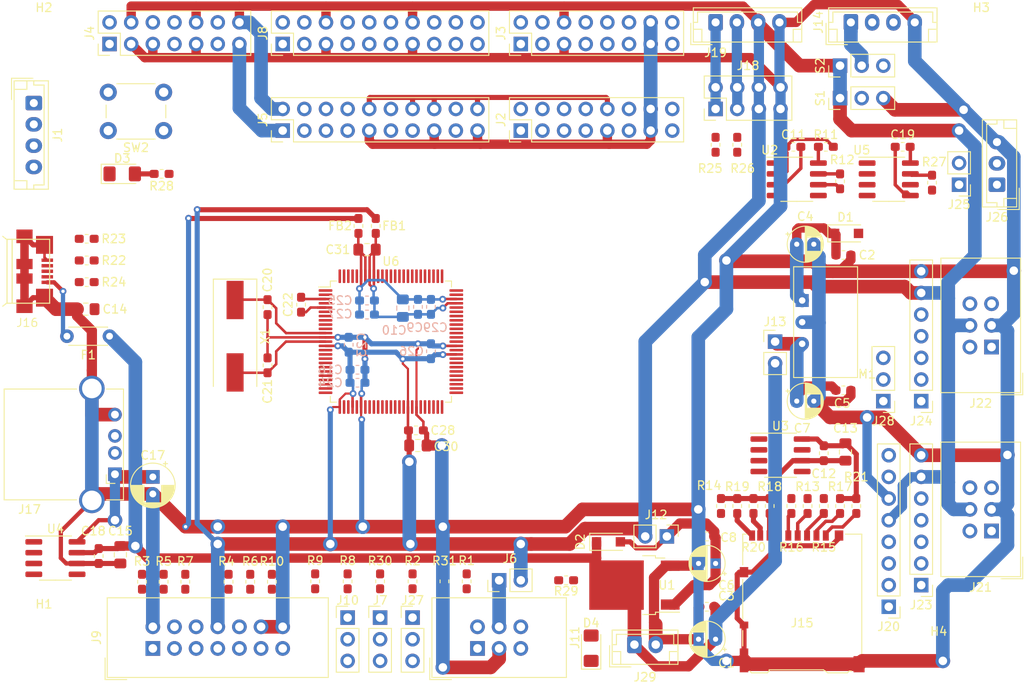
<source format=kicad_pcb>
(kicad_pcb (version 20171130) (host pcbnew "(5.1.4)-1")
  (layers (0 F.Cu signal) (31 B.Cu signal) (34 B.Paste user) (35 F.Paste user) (36 B.SilkS user) (37 F.SilkS user) (38 B.Mask user) (39 F.Mask user) (44 Edge.Cuts user))
  (net 0 "")
  (net 1 GND)
  (net 2 +5V)
  (net 3 "Net-(C2-Pad2)")
  (net 4 "Net-(C5-Pad2)")
  (net 5 GNDA)
  (net 6 +3.3VA)
  (net 7 +3V3)
  (net 8 "Net-(C12-Pad2)")
  (net 9 "Net-(C14-Pad2)")
  (net 10 "Net-(C20-Pad2)")
  (net 11 "Net-(C21-Pad2)")
  (net 12 "Net-(C22-Pad2)")
  (net 13 +12V)
  (net 14 "Net-(D3-Pad2)")
  (net 15 "Net-(D3-Pad1)")
  (net 16 "Net-(D4-Pad2)")
  (net 17 "Net-(F1-Pad2)")
  (net 18 /P64)
  (net 19 /P65)
  (net 20 /P43)
  (net 21 /P42)
  (net 22 /P41)
  (net 23 /P40)
  (net 24 /P76)
  (net 25 /P73)
  (net 26 /P75)
  (net 27 /P72)
  (net 28 /P74)
  (net 29 /P71)
  (net 30 /P90)
  (net 31 /P93)
  (net 32 /P91)
  (net 33 /P94)
  (net 34 /P92)
  (net 35 /P95)
  (net 36 /P44)
  (net 37 /P45)
  (net 38 /P46)
  (net 39 /P47)
  (net 40 /P10)
  (net 41 /P11)
  (net 42 /P23)
  (net 43 /P24)
  (net 44 /P25)
  (net 45 /P70)
  (net 46 /P96)
  (net 47 /PH1)
  (net 48 /PH0)
  (net 49 /P82)
  (net 50 /P81)
  (net 51 /P80)
  (net 52 /P63)
  (net 53 /P62)
  (net 54 /P61)
  (net 55 /P60)
  (net 56 "Net-(J11-Pad4)")
  (net 57 "Net-(J7-Pad3)")
  (net 58 /P00)
  (net 59 "Net-(J7-Pad1)")
  (net 60 /P52)
  (net 61 /P53)
  (net 62 /P54)
  (net 63 /P55)
  (net 64 /PE0)
  (net 65 /PE1)
  (net 66 /PE2)
  (net 67 /PE3)
  (net 68 /PE4)
  (net 69 /PE5)
  (net 70 /PD3)
  (net 71 /PD4)
  (net 72 /PD5)
  (net 73 /PD6)
  (net 74 /PD7)
  (net 75 /JTAG_IF/EMLE)
  (net 76 "Net-(J9-Pad6)")
  (net 77 /JTAG_IF/MD_FINED)
  (net 78 /JTAG_IF/RESn)
  (net 79 "Net-(J10-Pad3)")
  (net 80 "Net-(J10-Pad1)")
  (net 81 "Net-(J11-Pad5)")
  (net 82 "Net-(J11-Pad6)")
  (net 83 "Net-(J14-Pad3)")
  (net 84 "Net-(J14-Pad2)")
  (net 85 "Net-(J14-Pad1)")
  (net 86 /SDC_IF/INS)
  (net 87 "Net-(J15-Pad8)")
  (net 88 "Net-(J15-Pad1)")
  (net 89 /RX72T/P30_SSL0)
  (net 90 "Net-(J15-Pad3)")
  (net 91 "Net-(J15-Pad5)")
  (net 92 /I2C_SPI_SCI/MISO)
  (net 93 /RX72T/USB_DM)
  (net 94 /RX72T/USB_DP)
  (net 95 /RX72T/PB1_SCL)
  (net 96 /RX72T/PB2_SDA)
  (net 97 /I2C_SPI_SCI/MOSI)
  (net 98 /RX72T/P20_RSPCK)
  (net 99 /RX72T/P31_SSL1)
  (net 100 /I2C_SPI_SCI/PB0)
  (net 101 /I2C_SPI_SCI/PB3)
  (net 102 /RX72T/PA4_TXD8)
  (net 103 /RX72T/PA5_RXD8)
  (net 104 /I2C_SPI_SCI/P33)
  (net 105 /I2C_SPI_SCI/P32)
  (net 106 /RX72T/PA1_RXD11)
  (net 107 /RX72T/PA0_TXD11)
  (net 108 /RX72T/PA3_SCK8)
  (net 109 /RX72T/PA2_SCK11)
  (net 110 "Net-(J25-Pad2)")
  (net 111 "Net-(J25-Pad1)")
  (net 112 "Net-(J26-Pad1)")
  (net 113 "Net-(J27-Pad1)")
  (net 114 "Net-(J27-Pad3)")
  (net 115 "Net-(R11-Pad1)")
  (net 116 /RX72T/PD2_USB_VBUS)
  (net 117 "Net-(U2-Pad5)")
  (net 118 "Net-(U3-Pad2)")
  (net 119 "Net-(U3-Pad3)")
  (net 120 "Net-(U3-Pad4)")
  (net 121 "Net-(U3-Pad5)")
  (net 122 /RX72T/PB5_USB_VBUSEN)
  (net 123 /RX72T/PB6_USB_OVRCUR)
  (net 124 "Net-(U4-Pad3)")
  (net 125 "Net-(U4-Pad4)")
  (net 126 "Net-(U4-Pad5)")
  (net 127 /PH4)
  (net 128 "Net-(J16-Pad4)")
  (net 129 "Net-(J22-Pad2)")
  (net 130 "Net-(J28-Pad3)")
  (net 131 "Net-(C6-Pad1)")
  (net 132 "Net-(C17-Pad1)")
  (net 133 "Net-(H1-Pad1)")
  (net 134 "Net-(H2-Pad1)")
  (net 135 "Net-(H3-Pad1)")
  (net 136 "Net-(H4-Pad1)")
  (module KiCAD_lib:HIROSE_MicroB_SMD (layer F.Cu) (at 51.27 101.74 270)
    (fp_text reference J16 (at 6.604 -1.778 180) (layer F.SilkS) (effects (font (size 0.9652 0.9652) (thickness 0.12192)) (justify bottom)))
    (fp_text value SLAVE)
    (pad 1 smd rect (at 1.3 -4.125 270) (size 0.4 1.35) (layers F.Cu F.Paste F.Mask) (net 17 "Net-(F1-Pad2)") (clearance 0.2))
    (pad 2 smd rect (at 0.65 -4.125 270) (size 0.4 1.35) (layers F.Cu F.Paste F.Mask) (net 93 /RX72T/USB_DM) (clearance 0.2))
    (pad 3 smd rect (at 0 -4.125 270) (size 0.4 1.35) (layers F.Cu F.Paste F.Mask) (net 94 /RX72T/USB_DP) (clearance 0.2))
    (pad 4 smd rect (at -0.65 -4.125 270) (size 0.4 1.35) (layers F.Cu F.Paste F.Mask) (net 128 "Net-(J16-Pad4)") (clearance 0.2))
    (pad 5 smd rect (at -1.3 -4.125 270) (size 0.4 1.35) (layers F.Cu F.Paste F.Mask) (net 1 GND) (clearance 0.2))
    (pad 6 smd rect (at 3.1 -3.8 270) (size 2.1 2) (layers F.Cu F.Paste F.Mask) (net 1 GND))
    (pad 6 smd rect (at -3.1 -3.8 270) (size 2.1 2) (layers F.Cu F.Paste F.Mask) (net 1 GND))
    (pad 6 smd rect (at -4.1 -1.45 270) (size 1.6 1.9) (layers F.Cu F.Paste F.Mask) (net 1 GND))
    (pad 6 smd rect (at -0.85 -1.45 270) (size 1.2 1.9) (layers F.Cu F.Paste F.Mask) (net 1 GND))
    (pad 6 smd rect (at 0.85 -1.45 270) (size 1.2 1.9) (layers F.Cu F.Paste F.Mask) (net 1 GND))
    (pad 6 smd rect (at 4.1 -1.45 270) (size 1.6 1.9) (layers F.Cu F.Paste F.Mask) (net 1 GND))
  )
  (module Connector_PinHeader_2.54mm:PinHeader_1x03_P2.54mm_Vertical (layer F.Cu) (at 98.26 142.38)
    (fp_text reference J27 (at 0 -2.032) (layer F.SilkS))
    (fp_text value MD)
    (pad 1 thru_hole rect (at 0 0) (size 1.7 1.7) (drill 1) (layers *.Cu *.Mask) (net 113 "Net-(J27-Pad1)"))
    (pad 2 thru_hole oval (at 0 2.54) (size 1.7 1.7) (drill 1) (layers *.Cu *.Mask) (net 77 /JTAG_IF/MD_FINED))
    (pad 3 thru_hole oval (at 0 5.08) (size 1.7 1.7) (drill 1) (layers *.Cu *.Mask) (net 114 "Net-(J27-Pad3)"))
  )
  (module Connector_Card:microSD_HC_Hirose_DM3AT-SF-PEJM5 (layer F.Cu) (at 143.98 140.475)
    (fp_text reference J15 (at 0 2.54) (layer F.SilkS))
    (fp_text value MSD_Hirose_DM3AT)
    (pad 9 smd rect (at -5.875 -7.725) (size 0.7 1.2) (layers F.Cu F.Paste F.Mask) (net 86 /SDC_IF/INS))
    (pad 8 smd rect (at -4.925 -7.725) (size 0.7 1.2) (layers F.Cu F.Paste F.Mask) (net 87 "Net-(J15-Pad8)"))
    (pad 1 smd rect (at 2.775 -7.725) (size 0.7 1.2) (layers F.Cu F.Paste F.Mask) (net 88 "Net-(J15-Pad1)"))
    (pad 2 smd rect (at 1.675 -7.725) (size 0.7 1.2) (layers F.Cu F.Paste F.Mask) (net 89 /RX72T/P30_SSL0))
    (pad 3 smd rect (at 0.575 -7.725) (size 0.7 1.2) (layers F.Cu F.Paste F.Mask) (net 90 "Net-(J15-Pad3)"))
    (pad 4 smd rect (at -0.525 -7.725) (size 0.7 1.2) (layers F.Cu F.Paste F.Mask) (net 8 "Net-(C12-Pad2)"))
    (pad 5 smd rect (at -1.625 -7.725) (size 0.7 1.2) (layers F.Cu F.Paste F.Mask) (net 91 "Net-(J15-Pad5)"))
    (pad 6 smd rect (at -2.725 -7.725) (size 0.7 1.2) (layers F.Cu F.Paste F.Mask) (net 1 GND))
    (pad 7 smd rect (at -3.825 -7.725) (size 0.7 1.2) (layers F.Cu F.Paste F.Mask) (net 92 /I2C_SPI_SCI/MISO))
    (pad 11 smd rect (at 4.325 -7.725) (size 1 1.2) (layers F.Cu F.Paste F.Mask) (net 1 GND))
    (pad 11 smd rect (at -6.825 -3.425) (size 1 1.2) (layers F.Cu F.Paste F.Mask) (net 1 GND))
    (pad 10 smd rect (at -6.825 2.775) (size 1 0.8) (layers F.Cu F.Paste F.Mask) (net 1 GND))
    (pad 11 smd rect (at -6.825 6.925) (size 1 2.8) (layers F.Cu F.Paste F.Mask) (net 1 GND))
    (pad 11 smd rect (at 6.675 7.375) (size 1.3 1.9) (layers F.Cu F.Paste F.Mask) (net 1 GND))
  )
  (module Crystal:Crystal_SMD_HC49-SD (layer F.Cu) (at 77.432 109.36 270)
    (fp_text reference X1 (at 0 -3.55 90) (layer F.SilkS))
    (fp_text value 16MHz)
    (pad 2 smd rect (at 4.25 0 270) (size 4.5 2) (layers F.Cu F.Paste F.Mask) (net 11 "Net-(C21-Pad2)"))
    (pad 1 smd rect (at -4.25 0 270) (size 4.5 2) (layers F.Cu F.Paste F.Mask) (net 10 "Net-(C20-Pad2)"))
  )
  (module Capacitor_SMD:C_0603_1608Metric_Pad1.05x0.95mm_HandSolder (layer F.Cu) (at 142.95 87.135)
    (fp_text reference C11 (at 0 -1.43) (layer F.SilkS))
    (fp_text value 0.1uF)
    (pad 2 smd roundrect (at 0.875 0) (size 1.05 0.95) (layers F.Cu F.Paste F.Mask) (net 7 +3V3))
    (pad 1 smd roundrect (at -0.875 0) (size 1.05 0.95) (layers F.Cu F.Paste F.Mask) (net 1 GND))
  )
  (module Package_SO:SOP-8_3.76x4.96mm_P1.27mm (layer F.Cu) (at 143.345 90.945)
    (fp_text reference U2 (at -3.175 -3.43) (layer F.SilkS))
    (fp_text value SN65HVD230)
    (pad 8 smd roundrect (at 2.5375 -1.905) (size 1.975 0.65) (layers F.Cu F.Paste F.Mask) (net 115 "Net-(R11-Pad1)"))
    (pad 7 smd roundrect (at 2.5375 -0.635) (size 1.975 0.65) (layers F.Cu F.Paste F.Mask) (net 84 "Net-(J14-Pad2)"))
    (pad 6 smd roundrect (at 2.5375 0.635) (size 1.975 0.65) (layers F.Cu F.Paste F.Mask) (net 83 "Net-(J14-Pad3)"))
    (pad 5 smd roundrect (at 2.5375 1.905) (size 1.975 0.65) (layers F.Cu F.Paste F.Mask) (net 117 "Net-(U2-Pad5)"))
    (pad 4 smd roundrect (at -2.5375 1.905) (size 1.975 0.65) (layers F.Cu F.Paste F.Mask) (net 64 /PE0))
    (pad 3 smd roundrect (at -2.5375 0.635) (size 1.975 0.65) (layers F.Cu F.Paste F.Mask) (net 7 +3V3))
    (pad 2 smd roundrect (at -2.5375 -0.635) (size 1.975 0.65) (layers F.Cu F.Paste F.Mask) (net 1 GND))
    (pad 1 smd roundrect (at -2.5375 -1.905) (size 1.975 0.65) (layers F.Cu F.Paste F.Mask) (net 74 /PD7))
  )
  (module Connector_PinHeader_2.54mm:PinHeader_1x03_P2.54mm_Vertical (layer F.Cu) (at 148.425 81.42 90)
    (fp_text reference S1 (at 0 -2.33 90) (layer F.SilkS))
    (fp_text value T-POW)
    (pad 1 thru_hole rect (at 0 0 90) (size 1.7 1.7) (drill 1) (layers *.Cu *.Mask) (net 7 +3V3))
    (pad 2 thru_hole oval (at 0 2.54 90) (size 1.7 1.7) (drill 1) (layers *.Cu *.Mask) (net 115 "Net-(R11-Pad1)"))
    (pad 3 thru_hole oval (at 0 5.08 90) (size 1.7 1.7) (drill 1) (layers *.Cu *.Mask) (net 1 GND))
  )
  (module Connector_PinHeader_2.54mm:PinHeader_1x03_P2.54mm_Vertical (layer F.Cu) (at 148.425 77.61 90)
    (fp_text reference S2 (at 0 -2.33 90) (layer F.SilkS))
    (fp_text value CAN-POW)
    (pad 1 thru_hole rect (at 0 0 90) (size 1.7 1.7) (drill 1) (layers *.Cu *.Mask) (net 7 +3V3))
    (pad 2 thru_hole oval (at 0 2.54 90) (size 1.7 1.7) (drill 1) (layers *.Cu *.Mask) (net 85 "Net-(J14-Pad1)"))
    (pad 3 thru_hole oval (at 0 5.08 90) (size 1.7 1.7) (drill 1) (layers *.Cu *.Mask) (net 13 +12V))
  )
  (module Connector_JST:JST_EH_B4B-EH-A_1x04_P2.50mm_Vertical (layer F.Cu) (at 149.695 72.53)
    (fp_text reference J14 (at -3.81 0 270) (layer F.SilkS))
    (fp_text value CAN)
    (pad 4 thru_hole oval (at 7.5 0) (size 1.7 1.95) (drill 0.95) (layers *.Cu *.Mask) (net 1 GND))
    (pad 3 thru_hole oval (at 5 0) (size 1.7 1.95) (drill 0.95) (layers *.Cu *.Mask) (net 83 "Net-(J14-Pad3)"))
    (pad 2 thru_hole oval (at 2.5 0) (size 1.7 1.95) (drill 0.95) (layers *.Cu *.Mask) (net 84 "Net-(J14-Pad2)"))
    (pad 1 thru_hole roundrect (at 0 0) (size 1.7 1.95) (drill 0.95) (layers *.Cu *.Mask) (roundrect_rratio 0.147059) (net 85 "Net-(J14-Pad1)"))
  )
  (module Resistor_SMD:R_0603_1608Metric_Pad1.05x0.95mm_HandSolder (layer F.Cu) (at 148.425 91.185 270)
    (fp_text reference R12 (at -2.526 -0.254 180) (layer F.SilkS))
    (fp_text value 120)
    (pad 1 smd roundrect (at -0.875 0 270) (size 1.05 0.95) (layers F.Cu F.Paste F.Mask) (net 84 "Net-(J14-Pad2)"))
    (pad 2 smd roundrect (at 0.875 0 270) (size 1.05 0.95) (layers F.Cu F.Paste F.Mask) (net 83 "Net-(J14-Pad3)"))
  )
  (module Resistor_SMD:R_0603_1608Metric_Pad1.05x0.95mm_HandSolder (layer F.Cu) (at 146.76 87.135)
    (fp_text reference R11 (at 0 -1.43) (layer F.SilkS))
    (fp_text value 47K)
    (pad 2 smd roundrect (at 0.875 0) (size 1.05 0.95) (layers F.Cu F.Paste F.Mask) (net 1 GND))
    (pad 1 smd roundrect (at -0.875 0) (size 1.05 0.95) (layers F.Cu F.Paste F.Mask) (net 115 "Net-(R11-Pad1)"))
  )
  (module Package_QFP:LQFP-100_14x14mm_P0.5mm (layer F.Cu) (at 95.72 109.995)
    (fp_text reference U6 (at 0 -9.42) (layer F.SilkS))
    (fp_text value RX72T_100_PGA_USB)
    (pad 1 smd roundrect (at -7.675 -6) (size 1.6 0.3) (layers F.Cu F.Paste F.Mask) (net 69 /PE5))
    (pad 2 smd roundrect (at -7.675 -5.5) (size 1.6 0.3) (layers F.Cu F.Paste F.Mask) (net 75 /JTAG_IF/EMLE))
    (pad 3 smd roundrect (at -7.675 -5) (size 1.6 0.3) (layers F.Cu F.Paste F.Mask) (net 1 GND))
    (pad 4 smd roundrect (at -7.675 -4.5) (size 1.6 0.3) (layers F.Cu F.Paste F.Mask) (net 58 /P00))
    (pad 5 smd roundrect (at -7.675 -4) (size 1.6 0.3) (layers F.Cu F.Paste F.Mask) (net 12 "Net-(C22-Pad2)"))
    (pad 6 smd roundrect (at -7.675 -3.5) (size 1.6 0.3) (layers F.Cu F.Paste F.Mask) (net 77 /JTAG_IF/MD_FINED))
    (pad 7 smd roundrect (at -7.675 -3) (size 1.6 0.3) (layers F.Cu F.Paste F.Mask) (net 15 "Net-(D3-Pad1)"))
    (pad 8 smd roundrect (at -7.675 -2.5) (size 1.6 0.3) (layers F.Cu F.Paste F.Mask) (net 68 /PE4))
    (pad 9 smd roundrect (at -7.675 -2) (size 1.6 0.3) (layers F.Cu F.Paste F.Mask) (net 67 /PE3))
    (pad 10 smd roundrect (at -7.675 -1.5) (size 1.6 0.3) (layers F.Cu F.Paste F.Mask) (net 78 /JTAG_IF/RESn))
    (pad 11 smd roundrect (at -7.675 -1) (size 1.6 0.3) (layers F.Cu F.Paste F.Mask) (net 10 "Net-(C20-Pad2)"))
    (pad 12 smd roundrect (at -7.675 -0.5) (size 1.6 0.3) (layers F.Cu F.Paste F.Mask) (net 1 GND))
    (pad 13 smd roundrect (at -7.675 0) (size 1.6 0.3) (layers F.Cu F.Paste F.Mask) (net 11 "Net-(C21-Pad2)"))
    (pad 14 smd roundrect (at -7.675 0.5) (size 1.6 0.3) (layers F.Cu F.Paste F.Mask) (net 7 +3V3))
    (pad 15 smd roundrect (at -7.675 1) (size 1.6 0.3) (layers F.Cu F.Paste F.Mask) (net 66 /PE2))
    (pad 16 smd roundrect (at -7.675 1.5) (size 1.6 0.3) (layers F.Cu F.Paste F.Mask) (net 65 /PE1))
    (pad 17 smd roundrect (at -7.675 2) (size 1.6 0.3) (layers F.Cu F.Paste F.Mask) (net 64 /PE0))
    (pad 18 smd roundrect (at -7.675 2.5) (size 1.6 0.3) (layers F.Cu F.Paste F.Mask) (net 74 /PD7))
    (pad 19 smd roundrect (at -7.675 3) (size 1.6 0.3) (layers F.Cu F.Paste F.Mask) (net 73 /PD6))
    (pad 20 smd roundrect (at -7.675 3.5) (size 1.6 0.3) (layers F.Cu F.Paste F.Mask) (net 72 /PD5))
    (pad 21 smd roundrect (at -7.675 4) (size 1.6 0.3) (layers F.Cu F.Paste F.Mask) (net 71 /PD4))
    (pad 22 smd roundrect (at -7.675 4.5) (size 1.6 0.3) (layers F.Cu F.Paste F.Mask) (net 70 /PD3))
    (pad 23 smd roundrect (at -7.675 5) (size 1.6 0.3) (layers F.Cu F.Paste F.Mask) (net 116 /RX72T/PD2_USB_VBUS))
    (pad 24 smd roundrect (at -7.675 5.5) (size 1.6 0.3) (layers F.Cu F.Paste F.Mask) (net 93 /RX72T/USB_DM))
    (pad 25 smd roundrect (at -7.675 6) (size 1.6 0.3) (layers F.Cu F.Paste F.Mask) (net 94 /RX72T/USB_DP))
    (pad 26 smd roundrect (at -6 7.675) (size 0.3 1.6) (layers F.Cu F.Paste F.Mask) (net 7 +3V3))
    (pad 27 smd roundrect (at -5.5 7.675) (size 0.3 1.6) (layers F.Cu F.Paste F.Mask) (net 123 /RX72T/PB6_USB_OVRCUR))
    (pad 28 smd roundrect (at -5 7.675) (size 0.3 1.6) (layers F.Cu F.Paste F.Mask) (net 122 /RX72T/PB5_USB_VBUSEN))
    (pad 29 smd roundrect (at -4.5 7.675) (size 0.3 1.6) (layers F.Cu F.Paste F.Mask) (net 7 +3V3))
    (pad 30 smd roundrect (at -4 7.675) (size 0.3 1.6) (layers F.Cu F.Paste F.Mask) (net 86 /SDC_IF/INS))
    (pad 31 smd roundrect (at -3.5 7.675) (size 0.3 1.6) (layers F.Cu F.Paste F.Mask) (net 1 GND))
    (pad 32 smd roundrect (at -3 7.675) (size 0.3 1.6) (layers F.Cu F.Paste F.Mask) (net 101 /I2C_SPI_SCI/PB3))
    (pad 33 smd roundrect (at -2.5 7.675) (size 0.3 1.6) (layers F.Cu F.Paste F.Mask) (net 96 /RX72T/PB2_SDA))
    (pad 34 smd roundrect (at -2 7.675) (size 0.3 1.6) (layers F.Cu F.Paste F.Mask) (net 95 /RX72T/PB1_SCL))
    (pad 35 smd roundrect (at -1.5 7.675) (size 0.3 1.6) (layers F.Cu F.Paste F.Mask) (net 100 /I2C_SPI_SCI/PB0))
    (pad 36 smd roundrect (at -1 7.675) (size 0.3 1.6) (layers F.Cu F.Paste F.Mask) (net 103 /RX72T/PA5_RXD8))
    (pad 37 smd roundrect (at -0.5 7.675) (size 0.3 1.6) (layers F.Cu F.Paste F.Mask) (net 102 /RX72T/PA4_TXD8))
    (pad 38 smd roundrect (at 0 7.675) (size 0.3 1.6) (layers F.Cu F.Paste F.Mask) (net 108 /RX72T/PA3_SCK8))
    (pad 39 smd roundrect (at 0.5 7.675) (size 0.3 1.6) (layers F.Cu F.Paste F.Mask) (net 109 /RX72T/PA2_SCK11))
    (pad 40 smd roundrect (at 1 7.675) (size 0.3 1.6) (layers F.Cu F.Paste F.Mask) (net 106 /RX72T/PA1_RXD11))
    (pad 41 smd roundrect (at 1.5 7.675) (size 0.3 1.6) (layers F.Cu F.Paste F.Mask) (net 107 /RX72T/PA0_TXD11))
    (pad 42 smd roundrect (at 2 7.675) (size 0.3 1.6) (layers F.Cu F.Paste F.Mask) (net 7 +3V3))
    (pad 43 smd roundrect (at 2.5 7.675) (size 0.3 1.6) (layers F.Cu F.Paste F.Mask) (net 46 /P96))
    (pad 44 smd roundrect (at 3 7.675) (size 0.3 1.6) (layers F.Cu F.Paste F.Mask) (net 1 GND))
    (pad 45 smd roundrect (at 3.5 7.675) (size 0.3 1.6) (layers F.Cu F.Paste F.Mask) (net 35 /P95))
    (pad 46 smd roundrect (at 4 7.675) (size 0.3 1.6) (layers F.Cu F.Paste F.Mask) (net 33 /P94))
    (pad 47 smd roundrect (at 4.5 7.675) (size 0.3 1.6) (layers F.Cu F.Paste F.Mask) (net 31 /P93))
    (pad 48 smd roundrect (at 5 7.675) (size 0.3 1.6) (layers F.Cu F.Paste F.Mask) (net 32 /P91))
    (pad 49 smd roundrect (at 5.5 7.675) (size 0.3 1.6) (layers F.Cu F.Paste F.Mask) (net 34 /P92))
    (pad 50 smd roundrect (at 6 7.675) (size 0.3 1.6) (layers F.Cu F.Paste F.Mask) (net 30 /P90))
    (pad 51 smd roundrect (at 7.675 6) (size 1.6 0.3) (layers F.Cu F.Paste F.Mask) (net 24 /P76))
    (pad 52 smd roundrect (at 7.675 5.5) (size 1.6 0.3) (layers F.Cu F.Paste F.Mask) (net 26 /P75))
    (pad 53 smd roundrect (at 7.675 5) (size 1.6 0.3) (layers F.Cu F.Paste F.Mask) (net 28 /P74))
    (pad 54 smd roundrect (at 7.675 4.5) (size 1.6 0.3) (layers F.Cu F.Paste F.Mask) (net 25 /P73))
    (pad 55 smd roundrect (at 7.675 4) (size 1.6 0.3) (layers F.Cu F.Paste F.Mask) (net 27 /P72))
    (pad 56 smd roundrect (at 7.675 3.5) (size 1.6 0.3) (layers F.Cu F.Paste F.Mask) (net 29 /P71))
    (pad 57 smd roundrect (at 7.675 3) (size 1.6 0.3) (layers F.Cu F.Paste F.Mask) (net 45 /P70))
    (pad 58 smd roundrect (at 7.675 2.5) (size 1.6 0.3) (layers F.Cu F.Paste F.Mask) (net 104 /I2C_SPI_SCI/P33))
    (pad 59 smd roundrect (at 7.675 2) (size 1.6 0.3) (layers F.Cu F.Paste F.Mask) (net 105 /I2C_SPI_SCI/P32))
    (pad 60 smd roundrect (at 7.675 1.5) (size 1.6 0.3) (layers F.Cu F.Paste F.Mask) (net 7 +3V3))
    (pad 61 smd roundrect (at 7.675 1) (size 1.6 0.3) (layers F.Cu F.Paste F.Mask) (net 99 /RX72T/P31_SSL1))
    (pad 62 smd roundrect (at 7.675 0.5) (size 1.6 0.3) (layers F.Cu F.Paste F.Mask) (net 1 GND))
    (pad 63 smd roundrect (at 7.675 0) (size 1.6 0.3) (layers F.Cu F.Paste F.Mask) (net 89 /RX72T/P30_SSL0))
    (pad 64 smd roundrect (at 7.675 -0.5) (size 1.6 0.3) (layers F.Cu F.Paste F.Mask) (net 44 /P25))
    (pad 65 smd roundrect (at 7.675 -1) (size 1.6 0.3) (layers F.Cu F.Paste F.Mask) (net 43 /P24))
    (pad 66 smd roundrect (at 7.675 -1.5) (size 1.6 0.3) (layers F.Cu F.Paste F.Mask) (net 42 /P23))
    (pad 67 smd roundrect (at 7.675 -2) (size 1.6 0.3) (layers F.Cu F.Paste F.Mask) (net 92 /I2C_SPI_SCI/MISO))
    (pad 68 smd roundrect (at 7.675 -2.5) (size 1.6 0.3) (layers F.Cu F.Paste F.Mask) (net 97 /I2C_SPI_SCI/MOSI))
    (pad 69 smd roundrect (at 7.675 -3) (size 1.6 0.3) (layers F.Cu F.Paste F.Mask) (net 98 /RX72T/P20_RSPCK))
    (pad 70 smd roundrect (at 7.675 -3.5) (size 1.6 0.3) (layers F.Cu F.Paste F.Mask) (net 19 /P65))
    (pad 71 smd roundrect (at 7.675 -4) (size 1.6 0.3) (layers F.Cu F.Paste F.Mask) (net 18 /P64))
    (pad 72 smd roundrect (at 7.675 -4.5) (size 1.6 0.3) (layers F.Cu F.Paste F.Mask) (net 6 +3.3VA))
    (pad 73 smd roundrect (at 7.675 -5) (size 1.6 0.3) (layers F.Cu F.Paste F.Mask) (net 5 GNDA))
    (pad 74 smd roundrect (at 7.675 -5.5) (size 1.6 0.3) (layers F.Cu F.Paste F.Mask) (net 52 /P63))
    (pad 75 smd roundrect (at 7.675 -6) (size 1.6 0.3) (layers F.Cu F.Paste F.Mask) (net 53 /P62))
    (pad 76 smd roundrect (at 6 -7.675) (size 0.3 1.6) (layers F.Cu F.Paste F.Mask) (net 54 /P61))
    (pad 77 smd roundrect (at 5.5 -7.675) (size 0.3 1.6) (layers F.Cu F.Paste F.Mask) (net 55 /P60))
    (pad 78 smd roundrect (at 5 -7.675) (size 0.3 1.6) (layers F.Cu F.Paste F.Mask) (net 63 /P55))
    (pad 79 smd roundrect (at 4.5 -7.675) (size 0.3 1.6) (layers F.Cu F.Paste F.Mask) (net 62 /P54))
    (pad 80 smd roundrect (at 4 -7.675) (size 0.3 1.6) (layers F.Cu F.Paste F.Mask) (net 61 /P53))
    (pad 81 smd roundrect (at 3.5 -7.675) (size 0.3 1.6) (layers F.Cu F.Paste F.Mask) (net 60 /P52))
    (pad 82 smd roundrect (at 3 -7.675) (size 0.3 1.6) (layers F.Cu F.Paste F.Mask) (net 39 /P47))
    (pad 83 smd roundrect (at 2.5 -7.675) (size 0.3 1.6) (layers F.Cu F.Paste F.Mask) (net 38 /P46))
    (pad 84 smd roundrect (at 2 -7.675) (size 0.3 1.6) (layers F.Cu F.Paste F.Mask) (net 37 /P45))
    (pad 85 smd roundrect (at 1.5 -7.675) (size 0.3 1.6) (layers F.Cu F.Paste F.Mask) (net 36 /P44))
    (pad 86 smd roundrect (at 1 -7.675) (size 0.3 1.6) (layers F.Cu F.Paste F.Mask) (net 127 /PH4))
    (pad 87 smd roundrect (at 0.5 -7.675) (size 0.3 1.6) (layers F.Cu F.Paste F.Mask) (net 20 /P43))
    (pad 88 smd roundrect (at 0 -7.675) (size 0.3 1.6) (layers F.Cu F.Paste F.Mask) (net 21 /P42))
    (pad 89 smd roundrect (at -0.5 -7.675) (size 0.3 1.6) (layers F.Cu F.Paste F.Mask) (net 22 /P41))
    (pad 90 smd roundrect (at -1 -7.675) (size 0.3 1.6) (layers F.Cu F.Paste F.Mask) (net 23 /P40))
    (pad 91 smd roundrect (at -1.5 -7.675) (size 0.3 1.6) (layers F.Cu F.Paste F.Mask) (net 48 /PH0))
    (pad 92 smd roundrect (at -2 -7.675) (size 0.3 1.6) (layers F.Cu F.Paste F.Mask) (net 6 +3.3VA))
    (pad 93 smd roundrect (at -2.5 -7.675) (size 0.3 1.6) (layers F.Cu F.Paste F.Mask) (net 6 +3.3VA))
    (pad 94 smd roundrect (at -3 -7.675) (size 0.3 1.6) (layers F.Cu F.Paste F.Mask) (net 5 GNDA))
    (pad 95 smd roundrect (at -3.5 -7.675) (size 0.3 1.6) (layers F.Cu F.Paste F.Mask) (net 5 GNDA))
    (pad 96 smd roundrect (at -4 -7.675) (size 0.3 1.6) (layers F.Cu F.Paste F.Mask) (net 49 /P82))
    (pad 97 smd roundrect (at -4.5 -7.675) (size 0.3 1.6) (layers F.Cu F.Paste F.Mask) (net 50 /P81))
    (pad 98 smd roundrect (at -5 -7.675) (size 0.3 1.6) (layers F.Cu F.Paste F.Mask) (net 51 /P80))
    (pad 99 smd roundrect (at -5.5 -7.675) (size 0.3 1.6) (layers F.Cu F.Paste F.Mask) (net 41 /P11))
    (pad 100 smd roundrect (at -6 -7.675) (size 0.3 1.6) (layers F.Cu F.Paste F.Mask) (net 40 /P10))
  )
  (module Capacitor_SMD:C_0603_1608Metric_Pad1.05x0.95mm_HandSolder (layer B.Cu) (at 100.419 111.124 270)
    (fp_text reference C26 (at 0 2.286 180) (layer B.SilkS) (effects (justify mirror)))
    (fp_text value 104)
    (pad 1 smd roundrect (at -0.875 0 270) (size 1.05 0.95) (layers B.Cu B.Paste B.Mask) (net 1 GND))
    (pad 2 smd roundrect (at 0.875 0 270) (size 1.05 0.95) (layers B.Cu B.Paste B.Mask) (net 7 +3V3))
  )
  (module Capacitor_SMD:C_0603_1608Metric_Pad1.05x0.95mm_HandSolder (layer B.Cu) (at 100.419 105.917 270)
    (fp_text reference C29 (at 2.427 -0.508 180) (layer B.SilkS) (effects (justify mirror)))
    (fp_text value 104)
    (pad 1 smd roundrect (at -0.875 0 270) (size 1.05 0.95) (layers B.Cu B.Paste B.Mask) (net 5 GNDA))
    (pad 2 smd roundrect (at 0.875 0 270) (size 1.05 0.95) (layers B.Cu B.Paste B.Mask) (net 6 +3.3VA))
  )
  (module Capacitor_SMD:C_0603_1608Metric_Pad1.05x0.95mm_HandSolder (layer B.Cu) (at 92.912 105.169)
    (fp_text reference C25 (at -3.161 0) (layer B.SilkS) (effects (justify mirror)))
    (fp_text value 104)
    (pad 1 smd roundrect (at -0.875 0) (size 1.05 0.95) (layers B.Cu B.Paste B.Mask) (net 5 GNDA))
    (pad 2 smd roundrect (at 0.875 0) (size 1.05 0.95) (layers B.Cu B.Paste B.Mask) (net 6 +3.3VA))
  )
  (module Connector_IDC:IDC-Header_2x07_P2.54mm_Vertical (layer F.Cu) (at 67.78 146 90)
    (fp_text reference J9 (at 1.27 -6.604 90) (layer F.SilkS))
    (fp_text value E1_E2_Lite)
    (pad 1 thru_hole rect (at 0 0 90) (size 1.7272 1.7272) (drill 1.016) (layers *.Cu *.Mask) (net 71 /PD4))
    (pad 2 thru_hole oval (at 2.54 0 90) (size 1.7272 1.7272) (drill 1.016) (layers *.Cu *.Mask) (net 1 GND))
    (pad 3 thru_hole oval (at 0 2.54 90) (size 1.7272 1.7272) (drill 1.016) (layers *.Cu *.Mask) (net 74 /PD7))
    (pad 4 thru_hole oval (at 2.54 2.54 90) (size 1.7272 1.7272) (drill 1.016) (layers *.Cu *.Mask) (net 75 /JTAG_IF/EMLE))
    (pad 5 thru_hole oval (at 0 5.08 90) (size 1.7272 1.7272) (drill 1.016) (layers *.Cu *.Mask) (net 70 /PD3))
    (pad 6 thru_hole oval (at 2.54 5.08 90) (size 1.7272 1.7272) (drill 1.016) (layers *.Cu *.Mask) (net 76 "Net-(J9-Pad6)"))
    (pad 7 thru_hole oval (at 0 7.62 90) (size 1.7272 1.7272) (drill 1.016) (layers *.Cu *.Mask) (net 77 /JTAG_IF/MD_FINED))
    (pad 8 thru_hole oval (at 2.54 7.62 90) (size 1.7272 1.7272) (drill 1.016) (layers *.Cu *.Mask) (net 7 +3V3))
    (pad 9 thru_hole oval (at 0 10.16 90) (size 1.7272 1.7272) (drill 1.016) (layers *.Cu *.Mask) (net 73 /PD6))
    (pad 10 thru_hole oval (at 2.54 10.16 90) (size 1.7272 1.7272) (drill 1.016) (layers *.Cu *.Mask) (net 58 /P00))
    (pad 11 thru_hole oval (at 0 12.7 90) (size 1.7272 1.7272) (drill 1.016) (layers *.Cu *.Mask) (net 72 /PD5))
    (pad 12 thru_hole oval (at 2.54 12.7 90) (size 1.7272 1.7272) (drill 1.016) (layers *.Cu *.Mask) (net 1 GND))
    (pad 13 thru_hole oval (at 0 15.24 90) (size 1.7272 1.7272) (drill 1.016) (layers *.Cu *.Mask) (net 78 /JTAG_IF/RESn))
    (pad 14 thru_hole oval (at 2.54 15.24 90) (size 1.7272 1.7272) (drill 1.016) (layers *.Cu *.Mask) (net 1 GND))
  )
  (module Capacitor_THT:CP_Radial_D4.0mm_P2.00mm (layer F.Cu) (at 133.82 136.03 180)
    (fp_text reference C6 (at -1.27 -2.54) (layer F.SilkS))
    (fp_text value 47uF)
    (pad 2 thru_hole circle (at 2 0 180) (size 1.2 1.2) (drill 0.6) (layers *.Cu *.Mask) (net 1 GND))
    (pad 1 thru_hole rect (at 0 0 180) (size 1.2 1.2) (drill 0.6) (layers *.Cu *.Mask) (net 131 "Net-(C6-Pad1)"))
  )
  (module Resistor_SMD:R_0603_1608Metric_Pad1.05x0.95mm_HandSolder (layer F.Cu) (at 93.942 96.42 270)
    (fp_text reference FB1 (at -0.014 -2.159 180) (layer F.SilkS))
    (fp_text value FB)
    (pad 1 smd roundrect (at -0.875 0 270) (size 1.05 0.95) (layers F.Cu F.Paste F.Mask) (net 7 +3V3))
    (pad 2 smd roundrect (at 0.875 0 270) (size 1.05 0.95) (layers F.Cu F.Paste F.Mask) (net 6 +3.3VA))
  )
  (module Resistor_SMD:R_0603_1608Metric_Pad1.05x0.95mm_HandSolder (layer F.Cu) (at 91.91 96.42 270)
    (fp_text reference FB2 (at -0.014 2.159 180) (layer F.SilkS))
    (fp_text value FB)
    (pad 2 smd roundrect (at 0.875 0 270) (size 1.05 0.95) (layers F.Cu F.Paste F.Mask) (net 5 GNDA))
    (pad 1 smd roundrect (at -0.875 0 270) (size 1.05 0.95) (layers F.Cu F.Paste F.Mask) (net 1 GND))
  )
  (module Package_TO_SOT_SMD:TO-252-2 (layer F.Cu) (at 124.295 138.57 180)
    (fp_text reference U1 (at -3.81 0 180) (layer F.SilkS))
    (fp_text value NJU7223DL1-33)
    (pad 1 smd rect (at -4.2 -2.28 180) (size 2.2 1.2) (layers F.Cu F.Paste F.Mask) (net 131 "Net-(C6-Pad1)"))
    (pad 3 smd rect (at -4.2 2.28 180) (size 2.2 1.2) (layers F.Cu F.Paste F.Mask) (net 1 GND))
    (pad 2 smd rect (at 2.1 0 180) (size 6.4 5.8) (layers F.Cu F.Mask) (net 2 +5V))
  )
  (module Capacitor_SMD:C_0603_1608Metric_Pad1.05x0.95mm_HandSolder (layer F.Cu) (at 148.82 99.835 180)
    (fp_text reference C2 (at -2.78 0) (layer F.SilkS))
    (fp_text value 0.1uF)
    (pad 2 smd roundrect (at 0.875 0 180) (size 1.05 0.95) (layers F.Cu F.Paste F.Mask) (net 3 "Net-(C2-Pad2)"))
    (pad 1 smd roundrect (at -0.875 0 180) (size 1.05 0.95) (layers F.Cu F.Paste F.Mask) (net 1 GND))
  )
  (module Capacitor_SMD:C_0603_1608Metric_Pad1.05x0.95mm_HandSolder (layer F.Cu) (at 132.79 141.11)
    (fp_text reference C3 (at 2.3 -1.27) (layer F.SilkS))
    (fp_text value 0.47uF)
    (pad 1 smd roundrect (at -0.875 0) (size 1.05 0.95) (layers F.Cu F.Paste F.Mask) (net 1 GND))
    (pad 2 smd roundrect (at 0.875 0) (size 1.05 0.95) (layers F.Cu F.Paste F.Mask) (net 2 +5V))
  )
  (module Capacitor_SMD:C_0603_1608Metric_Pad1.05x0.95mm_HandSolder (layer F.Cu) (at 148.82 115.71 180)
    (fp_text reference C5 (at 0.141 -1.524) (layer F.SilkS))
    (fp_text value 0.1uF)
    (pad 2 smd roundrect (at 0.875 0 180) (size 1.05 0.95) (layers F.Cu F.Paste F.Mask) (net 4 "Net-(C5-Pad2)"))
    (pad 1 smd roundrect (at -0.875 0 180) (size 1.05 0.95) (layers F.Cu F.Paste F.Mask) (net 1 GND))
  )
  (module Capacitor_SMD:C_0603_1608Metric_Pad1.05x0.95mm_HandSolder (layer F.Cu) (at 132.79 132.855)
    (fp_text reference C8 (at 2.554 0.127 180) (layer F.SilkS))
    (fp_text value 0.47uF)
    (pad 1 smd roundrect (at -0.875 0) (size 1.05 0.95) (layers F.Cu F.Paste F.Mask) (net 1 GND))
    (pad 2 smd roundrect (at 0.875 0) (size 1.05 0.95) (layers F.Cu F.Paste F.Mask) (net 131 "Net-(C6-Pad1)"))
  )
  (module Capacitor_SMD:C_0603_1608Metric_Pad1.05x0.95mm_HandSolder (layer B.Cu) (at 98.895 105.917 270)
    (fp_text reference C9 (at 2.427 0.381 180) (layer B.SilkS) (effects (justify mirror)))
    (fp_text value 0.47uF)
    (pad 1 smd roundrect (at -0.875 0 270) (size 1.05 0.95) (layers B.Cu B.Paste B.Mask) (net 5 GNDA))
    (pad 2 smd roundrect (at 0.875 0 270) (size 1.05 0.95) (layers B.Cu B.Paste B.Mask) (net 6 +3.3VA))
  )
  (module Capacitor_SMD:C_0805_2012Metric_Pad1.15x1.40mm_HandSolder (layer B.Cu) (at 97.117 106.067 270)
    (fp_text reference C10 (at 2.5945 1.016 180) (layer B.SilkS) (effects (justify mirror)))
    (fp_text value 10uF)
    (pad 1 smd roundrect (at -1.025 0 270) (size 1.15 1.4) (layers B.Cu B.Paste B.Mask) (roundrect_rratio 0.217391) (net 5 GNDA))
    (pad 2 smd roundrect (at 1.025 0 270) (size 1.15 1.4) (layers B.Cu B.Paste B.Mask) (roundrect_rratio 0.217391) (net 6 +3.3VA))
  )
  (module Capacitor_SMD:C_0603_1608Metric_Pad1.05x0.95mm_HandSolder (layer F.Cu) (at 146.52 123.09 90)
    (fp_text reference C12 (at -2.399 0 180) (layer F.SilkS))
    (fp_text value 0.1uF)
    (pad 2 smd roundrect (at 0.875 0 90) (size 1.05 0.95) (layers F.Cu F.Paste F.Mask) (net 8 "Net-(C12-Pad2)"))
    (pad 1 smd roundrect (at -0.875 0 90) (size 1.05 0.95) (layers F.Cu F.Paste F.Mask) (net 1 GND))
  )
  (module Capacitor_SMD:C_0805_2012Metric_Pad1.15x1.40mm_HandSolder (layer F.Cu) (at 149.06 122.94 90)
    (fp_text reference C13 (at 2.785 0 180) (layer F.SilkS))
    (fp_text value 10uF)
    (pad 1 smd roundrect (at -1.025 0 90) (size 1.15 1.4) (layers F.Cu F.Paste F.Mask) (roundrect_rratio 0.217391) (net 1 GND))
    (pad 2 smd roundrect (at 1.025 0 90) (size 1.15 1.4) (layers F.Cu F.Paste F.Mask) (roundrect_rratio 0.217391) (net 8 "Net-(C12-Pad2)"))
  )
  (module Capacitor_SMD:C_0805_2012Metric_Pad1.15x1.40mm_HandSolder (layer F.Cu) (at 59.915 106.185)
    (fp_text reference C14 (at 3.42 0) (layer F.SilkS))
    (fp_text value 1uF)
    (pad 2 smd roundrect (at 1.025 0) (size 1.15 1.4) (layers F.Cu F.Paste F.Mask) (roundrect_rratio 0.217391) (net 9 "Net-(C14-Pad2)"))
    (pad 1 smd roundrect (at -1.025 0) (size 1.15 1.4) (layers F.Cu F.Paste F.Mask) (roundrect_rratio 0.217391) (net 1 GND))
  )
  (module Capacitor_SMD:C_0805_2012Metric_Pad1.15x1.40mm_HandSolder (layer F.Cu) (at 63.97 135.005 90)
    (fp_text reference C15 (at 2.785 0 180) (layer F.SilkS))
    (fp_text value 1uF)
    (pad 2 smd roundrect (at 1.025 0 90) (size 1.15 1.4) (layers F.Cu F.Paste F.Mask) (roundrect_rratio 0.217391) (net 2 +5V))
    (pad 1 smd roundrect (at -1.025 0 90) (size 1.15 1.4) (layers F.Cu F.Paste F.Mask) (roundrect_rratio 0.217391) (net 1 GND))
  )
  (module Capacitor_SMD:C_0603_1608Metric_Pad1.05x0.95mm_HandSolder (layer B.Cu) (at 91.797 113.297 180)
    (fp_text reference C16 (at 3.189 0) (layer B.SilkS) (effects (justify mirror)))
    (fp_text value 0.1uF)
    (pad 2 smd roundrect (at 0.875 0 180) (size 1.05 0.95) (layers B.Cu B.Paste B.Mask) (net 7 +3V3))
    (pad 1 smd roundrect (at -0.875 0 180) (size 1.05 0.95) (layers B.Cu B.Paste B.Mask) (net 1 GND))
  )
  (module Capacitor_SMD:C_0603_1608Metric_Pad1.05x0.95mm_HandSolder (layer F.Cu) (at 61.43 135.155 90)
    (fp_text reference C18 (at 2.935 -0.635 180) (layer F.SilkS))
    (fp_text value 0.1uF)
    (pad 1 smd roundrect (at -0.875 0 90) (size 1.05 0.95) (layers F.Cu F.Paste F.Mask) (net 1 GND))
    (pad 2 smd roundrect (at 0.875 0 90) (size 1.05 0.95) (layers F.Cu F.Paste F.Mask) (net 2 +5V))
  )
  (module Capacitor_SMD:C_0603_1608Metric_Pad1.05x0.95mm_HandSolder (layer F.Cu) (at 155.777 87.135)
    (fp_text reference C19 (at 0 -1.43) (layer F.SilkS))
    (fp_text value 0.1uF)
    (pad 2 smd roundrect (at 0.875 0) (size 1.05 0.95) (layers F.Cu F.Paste F.Mask) (net 7 +3V3))
    (pad 1 smd roundrect (at -0.875 0) (size 1.05 0.95) (layers F.Cu F.Paste F.Mask) (net 1 GND))
  )
  (module Capacitor_SMD:C_0603_1608Metric_Pad1.05x0.95mm_HandSolder (layer F.Cu) (at 81.242 105.945 90)
    (fp_text reference C20 (at 3.189 0 90) (layer F.SilkS))
    (fp_text value 8pF)
    (pad 2 smd roundrect (at 0.875 0 90) (size 1.05 0.95) (layers F.Cu F.Paste F.Mask) (net 10 "Net-(C20-Pad2)"))
    (pad 1 smd roundrect (at -0.875 0 90) (size 1.05 0.95) (layers F.Cu F.Paste F.Mask) (net 1 GND))
  )
  (module Capacitor_SMD:C_0603_1608Metric_Pad1.05x0.95mm_HandSolder (layer F.Cu) (at 81.242 112.775 270)
    (fp_text reference C21 (at 3.062 0 90) (layer F.SilkS))
    (fp_text value 8pF)
    (pad 1 smd roundrect (at -0.875 0 270) (size 1.05 0.95) (layers F.Cu F.Paste F.Mask) (net 1 GND))
    (pad 2 smd roundrect (at 0.875 0 270) (size 1.05 0.95) (layers F.Cu F.Paste F.Mask) (net 11 "Net-(C21-Pad2)"))
  )
  (module Capacitor_SMD:C_0603_1608Metric_Pad1.05x0.95mm_HandSolder (layer F.Cu) (at 85.179 105.663 270)
    (fp_text reference C22 (at 0 1.524 90) (layer F.SilkS))
    (fp_text value 0.47uF)
    (pad 2 smd roundrect (at 0.875 0 270) (size 1.05 0.95) (layers F.Cu F.Paste F.Mask) (net 12 "Net-(C22-Pad2)"))
    (pad 1 smd roundrect (at -0.875 0 270) (size 1.05 0.95) (layers F.Cu F.Paste F.Mask) (net 1 GND))
  )
  (module Capacitor_SMD:C_0603_1608Metric_Pad1.05x0.95mm_HandSolder (layer B.Cu) (at 90.767 110.362 270)
    (fp_text reference C23 (at 0.014 -1.524 270) (layer B.SilkS) (effects (justify mirror)))
    (fp_text value 104)
    (pad 1 smd roundrect (at -0.875 0 270) (size 1.05 0.95) (layers B.Cu B.Paste B.Mask) (net 1 GND))
    (pad 2 smd roundrect (at 0.875 0 270) (size 1.05 0.95) (layers B.Cu B.Paste B.Mask) (net 7 +3V3))
  )
  (module Capacitor_SMD:C_0603_1608Metric_Pad1.05x0.95mm_HandSolder (layer B.Cu) (at 91.797 114.821 180)
    (fp_text reference C24 (at 3.189 0) (layer B.SilkS) (effects (justify mirror)))
    (fp_text value 104)
    (pad 2 smd roundrect (at 0.875 0 180) (size 1.05 0.95) (layers B.Cu B.Paste B.Mask) (net 7 +3V3))
    (pad 1 smd roundrect (at -0.875 0 180) (size 1.05 0.95) (layers B.Cu B.Paste B.Mask) (net 1 GND))
  )
  (module Capacitor_SMD:C_0603_1608Metric_Pad1.05x0.95mm_HandSolder (layer B.Cu) (at 92.912 106.82)
    (fp_text reference C27 (at -3.161 -0.0635) (layer B.SilkS) (effects (justify mirror)))
    (fp_text value 104)
    (pad 2 smd roundrect (at 0.875 0) (size 1.05 0.95) (layers B.Cu B.Paste B.Mask) (net 6 +3.3VA))
    (pad 1 smd roundrect (at -0.875 0) (size 1.05 0.95) (layers B.Cu B.Paste B.Mask) (net 5 GNDA))
  )
  (module Capacitor_SMD:C_0603_1608Metric_Pad1.05x0.95mm_HandSolder (layer F.Cu) (at 98.655 120.409 180)
    (fp_text reference C28 (at -3.161 0) (layer F.SilkS))
    (fp_text value 104)
    (pad 1 smd roundrect (at -0.875 0 180) (size 1.05 0.95) (layers F.Cu F.Paste F.Mask) (net 1 GND))
    (pad 2 smd roundrect (at 0.875 0 180) (size 1.05 0.95) (layers F.Cu F.Paste F.Mask) (net 7 +3V3))
  )
  (module LED_SMD:LED_1206_3216Metric_Pad1.42x1.75mm_HandSolder (layer F.Cu) (at 64.1875 90.31)
    (fp_text reference D3 (at 0 -1.82) (layer F.SilkS))
    (fp_text value RED)
    (pad 2 smd roundrect (at 1.4875 0) (size 1.425 1.75) (layers F.Cu F.Paste F.Mask) (roundrect_rratio 0.175439) (net 14 "Net-(D3-Pad2)"))
    (pad 1 smd roundrect (at -1.4875 0) (size 1.425 1.75) (layers F.Cu F.Paste F.Mask) (roundrect_rratio 0.175439) (net 15 "Net-(D3-Pad1)"))
  )
  (module LED_SMD:LED_1206_3216Metric_Pad1.42x1.75mm_HandSolder (layer F.Cu) (at 119.215 145.9725 90)
    (fp_text reference D4 (at 2.9575 0 180) (layer F.SilkS))
    (fp_text value BLUE)
    (pad 1 smd roundrect (at -1.4875 0 90) (size 1.425 1.75) (layers F.Cu F.Paste F.Mask) (roundrect_rratio 0.175439) (net 1 GND))
    (pad 2 smd roundrect (at 1.4875 0 90) (size 1.425 1.75) (layers F.Cu F.Paste F.Mask) (roundrect_rratio 0.175439) (net 16 "Net-(D4-Pad2)"))
  )
  (module Capacitor_THT:C_Disc_D4.3mm_W1.9mm_P5.00mm (layer F.Cu) (at 62.7 109.36 180)
    (fp_text reference F1 (at 2.5 -2.2) (layer F.SilkS))
    (fp_text value 0.5A)
    (pad 1 thru_hole circle (at 0 0 180) (size 1.6 1.6) (drill 0.8) (layers *.Cu *.Mask) (net 2 +5V))
    (pad 2 thru_hole circle (at 5 0 180) (size 1.6 1.6) (drill 0.8) (layers *.Cu *.Mask) (net 17 "Net-(F1-Pad2)"))
  )
  (module Connector_JST:JST_EH_B4B-EH-A_1x04_P2.50mm_Vertical (layer F.Cu) (at 53.81 82 270)
    (fp_text reference J1 (at 3.75 -2.8 90) (layer F.SilkS))
    (fp_text value DA_OUT)
    (pad 1 thru_hole roundrect (at 0 0 270) (size 1.7 1.95) (drill 0.95) (layers *.Cu *.Mask) (roundrect_rratio 0.147059) (net 18 /P64))
    (pad 2 thru_hole oval (at 2.5 0 270) (size 1.7 1.95) (drill 0.95) (layers *.Cu *.Mask) (net 19 /P65))
    (pad 3 thru_hole oval (at 5 0 270) (size 1.7 1.95) (drill 0.95) (layers *.Cu *.Mask) (net 6 +3.3VA))
    (pad 4 thru_hole oval (at 7.5 0 270) (size 1.7 1.95) (drill 0.95) (layers *.Cu *.Mask) (net 5 GNDA))
  )
  (module Connector_PinHeader_2.54mm:PinHeader_2x08_P2.54mm_Vertical (layer F.Cu) (at 110.96 85.23 90)
    (fp_text reference J2 (at 1.27 -2.33 90) (layer F.SilkS))
    (fp_text value GPTW_012)
    (pad 16 thru_hole oval (at 2.54 17.78 90) (size 1.7 1.7) (drill 1) (layers *.Cu *.Mask) (net 20 /P43))
    (pad 15 thru_hole oval (at 0 17.78 90) (size 1.7 1.7) (drill 1) (layers *.Cu *.Mask) (net 21 /P42))
    (pad 14 thru_hole oval (at 2.54 15.24 90) (size 1.7 1.7) (drill 1) (layers *.Cu *.Mask) (net 5 GNDA))
    (pad 13 thru_hole oval (at 0 15.24 90) (size 1.7 1.7) (drill 1) (layers *.Cu *.Mask) (net 5 GNDA))
    (pad 12 thru_hole oval (at 2.54 12.7 90) (size 1.7 1.7) (drill 1) (layers *.Cu *.Mask) (net 22 /P41))
    (pad 11 thru_hole oval (at 0 12.7 90) (size 1.7 1.7) (drill 1) (layers *.Cu *.Mask) (net 23 /P40))
    (pad 10 thru_hole oval (at 2.54 10.16 90) (size 1.7 1.7) (drill 1) (layers *.Cu *.Mask) (net 6 +3.3VA))
    (pad 9 thru_hole oval (at 0 10.16 90) (size 1.7 1.7) (drill 1) (layers *.Cu *.Mask) (net 5 GNDA))
    (pad 8 thru_hole oval (at 2.54 7.62 90) (size 1.7 1.7) (drill 1) (layers *.Cu *.Mask) (net 24 /P76))
    (pad 7 thru_hole oval (at 0 7.62 90) (size 1.7 1.7) (drill 1) (layers *.Cu *.Mask) (net 25 /P73))
    (pad 6 thru_hole oval (at 2.54 5.08 90) (size 1.7 1.7) (drill 1) (layers *.Cu *.Mask) (net 7 +3V3))
    (pad 5 thru_hole oval (at 0 5.08 90) (size 1.7 1.7) (drill 1) (layers *.Cu *.Mask) (net 1 GND))
    (pad 4 thru_hole oval (at 2.54 2.54 90) (size 1.7 1.7) (drill 1) (layers *.Cu *.Mask) (net 26 /P75))
    (pad 3 thru_hole oval (at 0 2.54 90) (size 1.7 1.7) (drill 1) (layers *.Cu *.Mask) (net 27 /P72))
    (pad 2 thru_hole oval (at 2.54 0 90) (size 1.7 1.7) (drill 1) (layers *.Cu *.Mask) (net 28 /P74))
    (pad 1 thru_hole rect (at 0 0 90) (size 1.7 1.7) (drill 1) (layers *.Cu *.Mask) (net 29 /P71))
  )
  (module Connector_PinHeader_2.54mm:PinHeader_2x08_P2.54mm_Vertical (layer F.Cu) (at 110.96 75.07 90)
    (fp_text reference J3 (at 1.27 -2.33 90) (layer F.SilkS))
    (fp_text value GPTW_456)
    (pad 1 thru_hole rect (at 0 0 90) (size 1.7 1.7) (drill 1) (layers *.Cu *.Mask) (net 30 /P90))
    (pad 2 thru_hole oval (at 2.54 0 90) (size 1.7 1.7) (drill 1) (layers *.Cu *.Mask) (net 31 /P93))
    (pad 3 thru_hole oval (at 0 2.54 90) (size 1.7 1.7) (drill 1) (layers *.Cu *.Mask) (net 32 /P91))
    (pad 4 thru_hole oval (at 2.54 2.54 90) (size 1.7 1.7) (drill 1) (layers *.Cu *.Mask) (net 33 /P94))
    (pad 5 thru_hole oval (at 0 5.08 90) (size 1.7 1.7) (drill 1) (layers *.Cu *.Mask) (net 1 GND))
    (pad 6 thru_hole oval (at 2.54 5.08 90) (size 1.7 1.7) (drill 1) (layers *.Cu *.Mask) (net 7 +3V3))
    (pad 7 thru_hole oval (at 0 7.62 90) (size 1.7 1.7) (drill 1) (layers *.Cu *.Mask) (net 34 /P92))
    (pad 8 thru_hole oval (at 2.54 7.62 90) (size 1.7 1.7) (drill 1) (layers *.Cu *.Mask) (net 35 /P95))
    (pad 9 thru_hole oval (at 0 10.16 90) (size 1.7 1.7) (drill 1) (layers *.Cu *.Mask) (net 5 GNDA))
    (pad 10 thru_hole oval (at 2.54 10.16 90) (size 1.7 1.7) (drill 1) (layers *.Cu *.Mask) (net 6 +3.3VA))
    (pad 11 thru_hole oval (at 0 12.7 90) (size 1.7 1.7) (drill 1) (layers *.Cu *.Mask) (net 36 /P44))
    (pad 12 thru_hole oval (at 2.54 12.7 90) (size 1.7 1.7) (drill 1) (layers *.Cu *.Mask) (net 37 /P45))
    (pad 13 thru_hole oval (at 0 15.24 90) (size 1.7 1.7) (drill 1) (layers *.Cu *.Mask) (net 5 GNDA))
    (pad 14 thru_hole oval (at 2.54 15.24 90) (size 1.7 1.7) (drill 1) (layers *.Cu *.Mask) (net 5 GNDA))
    (pad 15 thru_hole oval (at 0 17.78 90) (size 1.7 1.7) (drill 1) (layers *.Cu *.Mask) (net 38 /P46))
    (pad 16 thru_hole oval (at 2.54 17.78 90) (size 1.7 1.7) (drill 1) (layers *.Cu *.Mask) (net 39 /P47))
  )
  (module Connector_PinHeader_2.54mm:PinHeader_2x07_P2.54mm_Vertical (layer F.Cu) (at 62.7 75.07 90)
    (fp_text reference J4 (at 1.27 -2.33 90) (layer F.SilkS))
    (fp_text value EXT_DG0)
    (pad 1 thru_hole rect (at 0 0 90) (size 1.7 1.7) (drill 1) (layers *.Cu *.Mask) (net 40 /P10))
    (pad 2 thru_hole oval (at 2.54 0 90) (size 1.7 1.7) (drill 1) (layers *.Cu *.Mask) (net 41 /P11))
    (pad 3 thru_hole oval (at 0 2.54 90) (size 1.7 1.7) (drill 1) (layers *.Cu *.Mask) (net 1 GND))
    (pad 4 thru_hole oval (at 2.54 2.54 90) (size 1.7 1.7) (drill 1) (layers *.Cu *.Mask) (net 7 +3V3))
    (pad 5 thru_hole oval (at 0 5.08 90) (size 1.7 1.7) (drill 1) (layers *.Cu *.Mask) (net 1 GND))
    (pad 6 thru_hole oval (at 2.54 5.08 90) (size 1.7 1.7) (drill 1) (layers *.Cu *.Mask) (net 42 /P23))
    (pad 7 thru_hole oval (at 0 7.62 90) (size 1.7 1.7) (drill 1) (layers *.Cu *.Mask) (net 43 /P24))
    (pad 8 thru_hole oval (at 2.54 7.62 90) (size 1.7 1.7) (drill 1) (layers *.Cu *.Mask) (net 44 /P25))
    (pad 9 thru_hole oval (at 0 10.16 90) (size 1.7 1.7) (drill 1) (layers *.Cu *.Mask) (net 1 GND))
    (pad 10 thru_hole oval (at 2.54 10.16 90) (size 1.7 1.7) (drill 1) (layers *.Cu *.Mask) (net 7 +3V3))
    (pad 11 thru_hole oval (at 0 12.7 90) (size 1.7 1.7) (drill 1) (layers *.Cu *.Mask) (net 45 /P70))
    (pad 12 thru_hole oval (at 2.54 12.7 90) (size 1.7 1.7) (drill 1) (layers *.Cu *.Mask) (net 46 /P96))
    (pad 13 thru_hole oval (at 0 15.24 90) (size 1.7 1.7) (drill 1) (layers *.Cu *.Mask) (net 1 GND))
    (pad 14 thru_hole oval (at 2.54 15.24 90) (size 1.7 1.7) (drill 1) (layers *.Cu *.Mask) (net 7 +3V3))
  )
  (module Connector_PinHeader_2.54mm:PinHeader_2x10_P2.54mm_Vertical (layer F.Cu) (at 83.02 85.23 90)
    (fp_text reference J5 (at 1.27 -2.33 90) (layer F.SilkS))
    (fp_text value EXT_AN)
    (pad 20 thru_hole oval (at 2.54 22.86 90) (size 1.7 1.7) (drill 1) (layers *.Cu *.Mask) (net 6 +3.3VA))
    (pad 19 thru_hole oval (at 0 22.86 90) (size 1.7 1.7) (drill 1) (layers *.Cu *.Mask) (net 5 GNDA))
    (pad 18 thru_hole oval (at 2.54 20.32 90) (size 1.7 1.7) (drill 1) (layers *.Cu *.Mask) (net 47 /PH1))
    (pad 17 thru_hole oval (at 0 20.32 90) (size 1.7 1.7) (drill 1) (layers *.Cu *.Mask) (net 48 /PH0))
    (pad 16 thru_hole oval (at 2.54 17.78 90) (size 1.7 1.7) (drill 1) (layers *.Cu *.Mask) (net 6 +3.3VA))
    (pad 15 thru_hole oval (at 0 17.78 90) (size 1.7 1.7) (drill 1) (layers *.Cu *.Mask) (net 5 GNDA))
    (pad 14 thru_hole oval (at 2.54 15.24 90) (size 1.7 1.7) (drill 1) (layers *.Cu *.Mask) (net 6 +3.3VA))
    (pad 13 thru_hole oval (at 0 15.24 90) (size 1.7 1.7) (drill 1) (layers *.Cu *.Mask) (net 49 /P82))
    (pad 12 thru_hole oval (at 2.54 12.7 90) (size 1.7 1.7) (drill 1) (layers *.Cu *.Mask) (net 50 /P81))
    (pad 11 thru_hole oval (at 0 12.7 90) (size 1.7 1.7) (drill 1) (layers *.Cu *.Mask) (net 51 /P80))
    (pad 10 thru_hole oval (at 2.54 10.16 90) (size 1.7 1.7) (drill 1) (layers *.Cu *.Mask) (net 6 +3.3VA))
    (pad 9 thru_hole oval (at 0 10.16 90) (size 1.7 1.7) (drill 1) (layers *.Cu *.Mask) (net 5 GNDA))
    (pad 8 thru_hole oval (at 2.54 7.62 90) (size 1.7 1.7) (drill 1) (layers *.Cu *.Mask) (net 19 /P65))
    (pad 7 thru_hole oval (at 0 7.62 90) (size 1.7 1.7) (drill 1) (layers *.Cu *.Mask) (net 18 /P64))
    (pad 6 thru_hole oval (at 2.54 5.08 90) (size 1.7 1.7) (drill 1) (layers *.Cu *.Mask) (net 52 /P63))
    (pad 5 thru_hole oval (at 0 5.08 90) (size 1.7 1.7) (drill 1) (layers *.Cu *.Mask) (net 53 /P62))
    (pad 4 thru_hole oval (at 2.54 2.54 90) (size 1.7 1.7) (drill 1) (layers *.Cu *.Mask) (net 54 /P61))
    (pad 3 thru_hole oval (at 0 2.54 90) (size 1.7 1.7) (drill 1) (layers *.Cu *.Mask) (net 55 /P60))
    (pad 2 thru_hole oval (at 2.54 0 90) (size 1.7 1.7) (drill 1) (layers *.Cu *.Mask) (net 7 +3V3))
    (pad 1 thru_hole rect (at 0 0 90) (size 1.7 1.7) (drill 1) (layers *.Cu *.Mask) (net 1 GND))
  )
  (module Connector_PinHeader_2.54mm:PinHeader_1x02_P2.54mm_Vertical (layer F.Cu) (at 108.42 138 90)
    (fp_text reference J6 (at 2.54 1.27 180) (layer F.SilkS))
    (fp_text value SCI1_POW)
    (pad 1 thru_hole rect (at 0 0 90) (size 1.7 1.7) (drill 1) (layers *.Cu *.Mask) (net 56 "Net-(J11-Pad4)"))
    (pad 2 thru_hole oval (at 0 2.54 90) (size 1.7 1.7) (drill 1) (layers *.Cu *.Mask) (net 7 +3V3))
  )
  (module Connector_PinHeader_2.54mm:PinHeader_1x03_P2.54mm_Vertical (layer F.Cu) (at 94.45 142.38)
    (fp_text reference J7 (at 0 -2.032) (layer F.SilkS))
    (fp_text value UB)
    (pad 3 thru_hole oval (at 0 5.08) (size 1.7 1.7) (drill 1) (layers *.Cu *.Mask) (net 57 "Net-(J7-Pad3)"))
    (pad 2 thru_hole oval (at 0 2.54) (size 1.7 1.7) (drill 1) (layers *.Cu *.Mask) (net 58 /P00))
    (pad 1 thru_hole rect (at 0 0) (size 1.7 1.7) (drill 1) (layers *.Cu *.Mask) (net 59 "Net-(J7-Pad1)"))
  )
  (module Connector_PinHeader_2.54mm:PinHeader_2x10_P2.54mm_Vertical (layer F.Cu) (at 83.02 75.07 90)
    (fp_text reference J8 (at 1.27 -2.33 90) (layer F.SilkS))
    (fp_text value EXT_DG1)
    (pad 1 thru_hole rect (at 0 0 90) (size 1.7 1.7) (drill 1) (layers *.Cu *.Mask) (net 60 /P52))
    (pad 2 thru_hole oval (at 2.54 0 90) (size 1.7 1.7) (drill 1) (layers *.Cu *.Mask) (net 61 /P53))
    (pad 3 thru_hole oval (at 0 2.54 90) (size 1.7 1.7) (drill 1) (layers *.Cu *.Mask) (net 62 /P54))
    (pad 4 thru_hole oval (at 2.54 2.54 90) (size 1.7 1.7) (drill 1) (layers *.Cu *.Mask) (net 63 /P55))
    (pad 5 thru_hole oval (at 0 5.08 90) (size 1.7 1.7) (drill 1) (layers *.Cu *.Mask) (net 1 GND))
    (pad 6 thru_hole oval (at 2.54 5.08 90) (size 1.7 1.7) (drill 1) (layers *.Cu *.Mask) (net 7 +3V3))
    (pad 7 thru_hole oval (at 0 7.62 90) (size 1.7 1.7) (drill 1) (layers *.Cu *.Mask) (net 64 /PE0))
    (pad 8 thru_hole oval (at 2.54 7.62 90) (size 1.7 1.7) (drill 1) (layers *.Cu *.Mask) (net 65 /PE1))
    (pad 9 thru_hole oval (at 0 10.16 90) (size 1.7 1.7) (drill 1) (layers *.Cu *.Mask) (net 66 /PE2))
    (pad 10 thru_hole oval (at 2.54 10.16 90) (size 1.7 1.7) (drill 1) (layers *.Cu *.Mask) (net 67 /PE3))
    (pad 11 thru_hole oval (at 0 12.7 90) (size 1.7 1.7) (drill 1) (layers *.Cu *.Mask) (net 68 /PE4))
    (pad 12 thru_hole oval (at 2.54 12.7 90) (size 1.7 1.7) (drill 1) (layers *.Cu *.Mask) (net 69 /PE5))
    (pad 13 thru_hole oval (at 0 15.24 90) (size 1.7 1.7) (drill 1) (layers *.Cu *.Mask) (net 1 GND))
    (pad 14 thru_hole oval (at 2.54 15.24 90) (size 1.7 1.7) (drill 1) (layers *.Cu *.Mask) (net 7 +3V3))
    (pad 15 thru_hole oval (at 0 17.78 90) (size 1.7 1.7) (drill 1) (layers *.Cu *.Mask) (net 58 /P00))
    (pad 16 thru_hole oval (at 2.54 17.78 90) (size 1.7 1.7) (drill 1) (layers *.Cu *.Mask) (net 70 /PD3))
    (pad 17 thru_hole oval (at 0 20.32 90) (size 1.7 1.7) (drill 1) (layers *.Cu *.Mask) (net 71 /PD4))
    (pad 18 thru_hole oval (at 2.54 20.32 90) (size 1.7 1.7) (drill 1) (layers *.Cu *.Mask) (net 72 /PD5))
    (pad 19 thru_hole oval (at 0 22.86 90) (size 1.7 1.7) (drill 1) (layers *.Cu *.Mask) (net 73 /PD6))
    (pad 20 thru_hole oval (at 2.54 22.86 90) (size 1.7 1.7) (drill 1) (layers *.Cu *.Mask) (net 74 /PD7))
  )
  (module Connector_PinHeader_2.54mm:PinHeader_1x03_P2.54mm_Vertical (layer F.Cu) (at 90.64 142.38)
    (fp_text reference J10 (at 0 -2.032) (layer F.SilkS))
    (fp_text value EMU_MODE)
    (pad 3 thru_hole oval (at 0 5.08) (size 1.7 1.7) (drill 1) (layers *.Cu *.Mask) (net 79 "Net-(J10-Pad3)"))
    (pad 2 thru_hole oval (at 0 2.54) (size 1.7 1.7) (drill 1) (layers *.Cu *.Mask) (net 75 /JTAG_IF/EMLE))
    (pad 1 thru_hole rect (at 0 0) (size 1.7 1.7) (drill 1) (layers *.Cu *.Mask) (net 80 "Net-(J10-Pad1)"))
  )
  (module Connector_IDC:IDC-Header_2x03_P2.54mm_Vertical (layer F.Cu) (at 105.88 146 90)
    (fp_text reference J11 (at 1.27 11.43 270) (layer F.SilkS))
    (fp_text value SCI1)
    (pad 1 thru_hole rect (at 0 0 90) (size 1.7272 1.7272) (drill 1.016) (layers *.Cu *.Mask) (net 70 /PD3))
    (pad 2 thru_hole oval (at 2.54 0 90) (size 1.7272 1.7272) (drill 1.016) (layers *.Cu *.Mask) (net 72 /PD5))
    (pad 3 thru_hole oval (at 0 2.54 90) (size 1.7272 1.7272) (drill 1.016) (layers *.Cu *.Mask) (net 1 GND))
    (pad 4 thru_hole oval (at 2.54 2.54 90) (size 1.7272 1.7272) (drill 1.016) (layers *.Cu *.Mask) (net 56 "Net-(J11-Pad4)"))
    (pad 5 thru_hole oval (at 0 5.08 90) (size 1.7272 1.7272) (drill 1.016) (layers *.Cu *.Mask) (net 81 "Net-(J11-Pad5)"))
    (pad 6 thru_hole oval (at 2.54 5.08 90) (size 1.7272 1.7272) (drill 1.016) (layers *.Cu *.Mask) (net 82 "Net-(J11-Pad6)"))
  )
  (module Connector_PinHeader_2.54mm:PinHeader_1x02_P2.54mm_Vertical (layer F.Cu) (at 128.105 132.855 270)
    (fp_text reference J12 (at -2.54 1.27 180) (layer F.SilkS))
    (fp_text value 5V_POW)
    (pad 1 thru_hole rect (at 0 0 270) (size 1.7 1.7) (drill 1) (layers *.Cu *.Mask) (net 131 "Net-(C6-Pad1)"))
    (pad 2 thru_hole oval (at 0 2.54 270) (size 1.7 1.7) (drill 1) (layers *.Cu *.Mask) (net 7 +3V3))
  )
  (module Connector_PinHeader_2.54mm:PinHeader_1x02_P2.54mm_Vertical (layer F.Cu) (at 140.805 109.995)
    (fp_text reference J13 (at 0 -2.33) (layer F.SilkS))
    (fp_text value 12V_POW)
    (pad 2 thru_hole oval (at 0 2.54) (size 1.7 1.7) (drill 1) (layers *.Cu *.Mask) (net 2 +5V))
    (pad 1 thru_hole rect (at 0 0) (size 1.7 1.7) (drill 1) (layers *.Cu *.Mask) (net 4 "Net-(C5-Pad2)"))
  )
  (module KiCAD_lib:USB-4AF103BS (layer F.Cu) (at 63.335 122.06 90)
    (fp_text reference J17 (at -7.62 -10.033) (layer F.SilkS))
    (fp_text value MASTER)
    (pad 1 thru_hole rect (at -3.5 0 90) (size 1.6 1.6) (drill 0.92) (layers *.Cu *.Mask) (net 132 "Net-(C17-Pad1)"))
    (pad 2 thru_hole circle (at -1 0 90) (size 1.6 1.6) (drill 0.92) (layers *.Cu *.Mask) (net 93 /RX72T/USB_DM))
    (pad 3 thru_hole circle (at 1 0 90) (size 1.6 1.6) (drill 0.92) (layers *.Cu *.Mask) (net 94 /RX72T/USB_DP))
    (pad 4 thru_hole circle (at 3.5 0 90) (size 1.6 1.6) (drill 0.92) (layers *.Cu *.Mask) (net 1 GND))
    (pad 5 thru_hole circle (at -6.57 -2.71 90) (size 3 3) (drill 2.3) (layers *.Cu *.Mask) (net 1 GND))
    (pad 5 thru_hole circle (at 6.57 -2.71 90) (size 3 3) (drill 2.3) (layers *.Cu *.Mask) (net 1 GND))
  )
  (module Connector_PinHeader_2.54mm:PinHeader_2x04_P2.54mm_Vertical (layer F.Cu) (at 133.82 82.69 90)
    (fp_text reference J18 (at 5.08 3.81 180) (layer F.SilkS))
    (fp_text value I2C_B)
    (pad 1 thru_hole rect (at 0 0 90) (size 1.7 1.7) (drill 1) (layers *.Cu *.Mask) (net 95 /RX72T/PB1_SCL))
    (pad 2 thru_hole oval (at 2.54 0 90) (size 1.7 1.7) (drill 1) (layers *.Cu *.Mask) (net 95 /RX72T/PB1_SCL))
    (pad 3 thru_hole oval (at 0 2.54 90) (size 1.7 1.7) (drill 1) (layers *.Cu *.Mask) (net 96 /RX72T/PB2_SDA))
    (pad 4 thru_hole oval (at 2.54 2.54 90) (size 1.7 1.7) (drill 1) (layers *.Cu *.Mask) (net 96 /RX72T/PB2_SDA))
    (pad 5 thru_hole oval (at 0 5.08 90) (size 1.7 1.7) (drill 1) (layers *.Cu *.Mask) (net 7 +3V3))
    (pad 6 thru_hole oval (at 2.54 5.08 90) (size 1.7 1.7) (drill 1) (layers *.Cu *.Mask) (net 7 +3V3))
    (pad 7 thru_hole oval (at 0 7.62 90) (size 1.7 1.7) (drill 1) (layers *.Cu *.Mask) (net 1 GND))
    (pad 8 thru_hole oval (at 2.54 7.62 90) (size 1.7 1.7) (drill 1) (layers *.Cu *.Mask) (net 1 GND))
  )
  (module Connector_JST:JST_EH_B4B-EH-A_1x04_P2.50mm_Vertical (layer F.Cu) (at 133.82 72.53)
    (fp_text reference J19 (at 0 3.556) (layer F.SilkS))
    (fp_text value I2C_A)
    (pad 1 thru_hole roundrect (at 0 0) (size 1.7 1.95) (drill 0.95) (layers *.Cu *.Mask) (roundrect_rratio 0.147059) (net 95 /RX72T/PB1_SCL))
    (pad 2 thru_hole oval (at 2.5 0) (size 1.7 1.95) (drill 0.95) (layers *.Cu *.Mask) (net 96 /RX72T/PB2_SDA))
    (pad 3 thru_hole oval (at 5 0) (size 1.7 1.95) (drill 0.95) (layers *.Cu *.Mask) (net 7 +3V3))
    (pad 4 thru_hole oval (at 7.5 0) (size 1.7 1.95) (drill 0.95) (layers *.Cu *.Mask) (net 1 GND))
  )
  (module Connector_PinHeader_2.54mm:PinHeader_1x08_P2.54mm_Vertical (layer F.Cu) (at 154.14 141.11 180)
    (fp_text reference J20 (at 0 -2.33) (layer F.SilkS))
    (fp_text value RSPI)
    (pad 1 thru_hole rect (at 0 0 180) (size 1.7 1.7) (drill 1) (layers *.Cu *.Mask) (net 92 /I2C_SPI_SCI/MISO))
    (pad 2 thru_hole oval (at 0 2.54 180) (size 1.7 1.7) (drill 1) (layers *.Cu *.Mask) (net 97 /I2C_SPI_SCI/MOSI))
    (pad 3 thru_hole oval (at 0 5.08 180) (size 1.7 1.7) (drill 1) (layers *.Cu *.Mask) (net 98 /RX72T/P20_RSPCK))
    (pad 4 thru_hole oval (at 0 7.62 180) (size 1.7 1.7) (drill 1) (layers *.Cu *.Mask) (net 99 /RX72T/P31_SSL1))
    (pad 5 thru_hole oval (at 0 10.16 180) (size 1.7 1.7) (drill 1) (layers *.Cu *.Mask) (net 7 +3V3))
    (pad 6 thru_hole oval (at 0 12.7 180) (size 1.7 1.7) (drill 1) (layers *.Cu *.Mask) (net 1 GND))
    (pad 7 thru_hole oval (at 0 15.24 180) (size 1.7 1.7) (drill 1) (layers *.Cu *.Mask) (net 100 /I2C_SPI_SCI/PB0))
    (pad 8 thru_hole oval (at 0 17.78 180) (size 1.7 1.7) (drill 1) (layers *.Cu *.Mask) (net 101 /I2C_SPI_SCI/PB3))
  )
  (module Connector_IDC:IDC-Header_2x03_P2.54mm_Vertical (layer F.Cu) (at 166.205 132.22 180)
    (fp_text reference J21 (at 1.27 -6.604) (layer F.SilkS))
    (fp_text value SCI8)
    (pad 1 thru_hole rect (at 0 0 180) (size 1.7272 1.7272) (drill 1.016) (layers *.Cu *.Mask) (net 102 /RX72T/PA4_TXD8))
    (pad 2 thru_hole oval (at 2.54 0 180) (size 1.7272 1.7272) (drill 1.016) (layers *.Cu *.Mask) (net 103 /RX72T/PA5_RXD8))
    (pad 3 thru_hole oval (at 0 2.54 180) (size 1.7272 1.7272) (drill 1.016) (layers *.Cu *.Mask) (net 1 GND))
    (pad 4 thru_hole oval (at 2.54 2.54 180) (size 1.7272 1.7272) (drill 1.016) (layers *.Cu *.Mask) (net 7 +3V3))
    (pad 5 thru_hole oval (at 0 5.08 180) (size 1.7272 1.7272) (drill 1.016) (layers *.Cu *.Mask) (net 100 /I2C_SPI_SCI/PB0))
    (pad 6 thru_hole oval (at 2.54 5.08 180) (size 1.7272 1.7272) (drill 1.016) (layers *.Cu *.Mask) (net 101 /I2C_SPI_SCI/PB3))
  )
  (module Connector_IDC:IDC-Header_2x03_P2.54mm_Vertical (layer F.Cu) (at 166.205 110.63 180)
    (fp_text reference J22 (at 1.27 -6.604) (layer F.SilkS))
    (fp_text value SCI11)
    (pad 6 thru_hole oval (at 2.54 5.08 180) (size 1.7272 1.7272) (drill 1.016) (layers *.Cu *.Mask) (net 104 /I2C_SPI_SCI/P33))
    (pad 5 thru_hole oval (at 0 5.08 180) (size 1.7272 1.7272) (drill 1.016) (layers *.Cu *.Mask) (net 105 /I2C_SPI_SCI/P32))
    (pad 4 thru_hole oval (at 2.54 2.54 180) (size 1.7272 1.7272) (drill 1.016) (layers *.Cu *.Mask) (net 7 +3V3))
    (pad 3 thru_hole oval (at 0 2.54 180) (size 1.7272 1.7272) (drill 1.016) (layers *.Cu *.Mask) (net 1 GND))
    (pad 2 thru_hole oval (at 2.54 0 180) (size 1.7272 1.7272) (drill 1.016) (layers *.Cu *.Mask) (net 129 "Net-(J22-Pad2)"))
    (pad 1 thru_hole rect (at 0 0 180) (size 1.7272 1.7272) (drill 1.016) (layers *.Cu *.Mask) (net 107 /RX72T/PA0_TXD11))
  )
  (module Connector_PinHeader_2.54mm:PinHeader_1x07_P2.54mm_Vertical (layer F.Cu) (at 157.95 138.57 180)
    (fp_text reference J23 (at 0 -2.33) (layer F.SilkS))
    (fp_text value SPI8)
    (pad 7 thru_hole oval (at 0 15.24 180) (size 1.7 1.7) (drill 1) (layers *.Cu *.Mask) (net 1 GND))
    (pad 6 thru_hole oval (at 0 12.7 180) (size 1.7 1.7) (drill 1) (layers *.Cu *.Mask) (net 7 +3V3))
    (pad 5 thru_hole oval (at 0 10.16 180) (size 1.7 1.7) (drill 1) (layers *.Cu *.Mask) (net 101 /I2C_SPI_SCI/PB3))
    (pad 4 thru_hole oval (at 0 7.62 180) (size 1.7 1.7) (drill 1) (layers *.Cu *.Mask) (net 100 /I2C_SPI_SCI/PB0))
    (pad 3 thru_hole oval (at 0 5.08 180) (size 1.7 1.7) (drill 1) (layers *.Cu *.Mask) (net 108 /RX72T/PA3_SCK8))
    (pad 2 thru_hole oval (at 0 2.54 180) (size 1.7 1.7) (drill 1) (layers *.Cu *.Mask) (net 102 /RX72T/PA4_TXD8))
    (pad 1 thru_hole rect (at 0 0 180) (size 1.7 1.7) (drill 1) (layers *.Cu *.Mask) (net 103 /RX72T/PA5_RXD8))
  )
  (module Connector_PinHeader_2.54mm:PinHeader_1x07_P2.54mm_Vertical (layer F.Cu) (at 157.95 116.98 180)
    (fp_text reference J24 (at 0 -2.33) (layer F.SilkS))
    (fp_text value SPI11)
    (pad 1 thru_hole rect (at 0 0 180) (size 1.7 1.7) (drill 1) (layers *.Cu *.Mask) (net 129 "Net-(J22-Pad2)"))
    (pad 2 thru_hole oval (at 0 2.54 180) (size 1.7 1.7) (drill 1) (layers *.Cu *.Mask) (net 107 /RX72T/PA0_TXD11))
    (pad 3 thru_hole oval (at 0 5.08 180) (size 1.7 1.7) (drill 1) (layers *.Cu *.Mask) (net 109 /RX72T/PA2_SCK11))
    (pad 4 thru_hole oval (at 0 7.62 180) (size 1.7 1.7) (drill 1) (layers *.Cu *.Mask) (net 105 /I2C_SPI_SCI/P32))
    (pad 5 thru_hole oval (at 0 10.16 180) (size 1.7 1.7) (drill 1) (layers *.Cu *.Mask) (net 104 /I2C_SPI_SCI/P33))
    (pad 6 thru_hole oval (at 0 12.7 180) (size 1.7 1.7) (drill 1) (layers *.Cu *.Mask) (net 7 +3V3))
    (pad 7 thru_hole oval (at 0 15.24 180) (size 1.7 1.7) (drill 1) (layers *.Cu *.Mask) (net 1 GND))
  )
  (module Connector_PinHeader_2.54mm:PinHeader_1x02_P2.54mm_Vertical (layer F.Cu) (at 162.395 91.58 180)
    (fp_text reference J25 (at 0 -2.33) (layer F.SilkS))
    (fp_text value "RS-485 TERM")
    (pad 2 thru_hole oval (at 0 2.54 180) (size 1.7 1.7) (drill 1) (layers *.Cu *.Mask) (net 110 "Net-(J25-Pad2)"))
    (pad 1 thru_hole rect (at 0 0 180) (size 1.7 1.7) (drill 1) (layers *.Cu *.Mask) (net 111 "Net-(J25-Pad1)"))
  )
  (module Connector_JST:JST_EH_B3B-EH-A_1x03_P2.50mm_Vertical (layer F.Cu) (at 166.84 91.58 90)
    (fp_text reference J26 (at -3.81 0 180) (layer F.SilkS))
    (fp_text value RS-485)
    (pad 1 thru_hole roundrect (at 0 0 90) (size 1.7 1.95) (drill 0.95) (layers *.Cu *.Mask) (roundrect_rratio 0.147059) (net 112 "Net-(J26-Pad1)"))
    (pad 2 thru_hole oval (at 2.5 0 90) (size 1.7 1.95) (drill 0.95) (layers *.Cu *.Mask) (net 110 "Net-(J25-Pad2)"))
    (pad 3 thru_hole oval (at 5 0 90) (size 1.7 1.95) (drill 0.95) (layers *.Cu *.Mask) (net 1 GND))
  )
  (module KiCAD_lib:BP5293 (layer F.Cu) (at 143.98 107.709 270)
    (fp_text reference M1 (at 6.096 -7.62 180) (layer F.SilkS))
    (fp_text value BP5293-5)
    (pad 1 thru_hole rect (at -2.54 0 270) (size 1.524 1.524) (drill 0.762) (layers *.Cu *.Mask) (net 3 "Net-(C2-Pad2)"))
    (pad 2 thru_hole circle (at 0 0 270) (size 1.524 1.524) (drill 0.762) (layers *.Cu *.Mask) (net 1 GND))
    (pad 3 thru_hole circle (at 2.54 0 270) (size 1.524 1.524) (drill 0.762) (layers *.Cu *.Mask) (net 4 "Net-(C5-Pad2)"))
  )
  (module Resistor_SMD:R_0603_1608Metric_Pad1.05x0.95mm_HandSolder (layer F.Cu) (at 104.61 138.125 90)
    (fp_text reference R1 (at 2.427 0 180) (layer F.SilkS))
    (fp_text value 4.7K)
    (pad 1 smd roundrect (at -0.875 0 90) (size 1.05 0.95) (layers F.Cu F.Paste F.Mask) (net 59 "Net-(J7-Pad1)"))
    (pad 2 smd roundrect (at 0.875 0 90) (size 1.05 0.95) (layers F.Cu F.Paste F.Mask) (net 7 +3V3))
  )
  (module Resistor_SMD:R_0603_1608Metric_Pad1.05x0.95mm_HandSolder (layer F.Cu) (at 98.26 138.125 270)
    (fp_text reference R2 (at -2.399 0 180) (layer F.SilkS))
    (fp_text value 4.7K)
    (pad 2 smd roundrect (at 0.875 0 270) (size 1.05 0.95) (layers F.Cu F.Paste F.Mask) (net 113 "Net-(J27-Pad1)"))
    (pad 1 smd roundrect (at -0.875 0 270) (size 1.05 0.95) (layers F.Cu F.Paste F.Mask) (net 7 +3V3))
  )
  (module Resistor_SMD:R_0603_1608Metric_Pad1.05x0.95mm_HandSolder (layer F.Cu) (at 66.51 138.175 270)
    (fp_text reference R3 (at -2.399 0 180) (layer F.SilkS))
    (fp_text value 4.7K)
    (pad 2 smd roundrect (at 0.875 0 270) (size 1.05 0.95) (layers F.Cu F.Paste F.Mask) (net 71 /PD4))
    (pad 1 smd roundrect (at -0.875 0 270) (size 1.05 0.95) (layers F.Cu F.Paste F.Mask) (net 7 +3V3))
  )
  (module Resistor_SMD:R_0603_1608Metric_Pad1.05x0.95mm_HandSolder (layer F.Cu) (at 76.67 138.175 270)
    (fp_text reference R4 (at -2.399 0.254 180) (layer F.SilkS))
    (fp_text value 4.7K)
    (pad 1 smd roundrect (at -0.875 0 270) (size 1.05 0.95) (layers F.Cu F.Paste F.Mask) (net 7 +3V3))
    (pad 2 smd roundrect (at 0.875 0 270) (size 1.05 0.95) (layers F.Cu F.Paste F.Mask) (net 73 /PD6))
  )
  (module Resistor_SMD:R_0603_1608Metric_Pad1.05x0.95mm_HandSolder (layer F.Cu) (at 69.05 138.175 270)
    (fp_text reference R5 (at -2.399 0 180) (layer F.SilkS))
    (fp_text value 4.7K)
    (pad 1 smd roundrect (at -0.875 0 270) (size 1.05 0.95) (layers F.Cu F.Paste F.Mask) (net 1 GND))
    (pad 2 smd roundrect (at 0.875 0 270) (size 1.05 0.95) (layers F.Cu F.Paste F.Mask) (net 74 /PD7))
  )
  (module Resistor_SMD:R_0603_1608Metric_Pad1.05x0.95mm_HandSolder (layer F.Cu) (at 79.21 138.175 90)
    (fp_text reference R6 (at 2.399 0) (layer F.SilkS))
    (fp_text value 4.7K)
    (pad 2 smd roundrect (at 0.875 0 90) (size 1.05 0.95) (layers F.Cu F.Paste F.Mask) (net 7 +3V3))
    (pad 1 smd roundrect (at -0.875 0 90) (size 1.05 0.95) (layers F.Cu F.Paste F.Mask) (net 72 /PD5))
  )
  (module Resistor_SMD:R_0603_1608Metric_Pad1.05x0.95mm_HandSolder (layer F.Cu) (at 71.59 138.175 270)
    (fp_text reference R7 (at -2.399 0 180) (layer F.SilkS))
    (fp_text value 4.7K)
    (pad 2 smd roundrect (at 0.875 0 270) (size 1.05 0.95) (layers F.Cu F.Paste F.Mask) (net 70 /PD3))
    (pad 1 smd roundrect (at -0.875 0 270) (size 1.05 0.95) (layers F.Cu F.Paste F.Mask) (net 7 +3V3))
  )
  (module Resistor_SMD:R_0603_1608Metric_Pad1.05x0.95mm_HandSolder (layer F.Cu) (at 90.64 138.125 90)
    (fp_text reference R8 (at 2.427 0 180) (layer F.SilkS))
    (fp_text value 1K)
    (pad 1 smd roundrect (at -0.875 0 90) (size 1.05 0.95) (layers F.Cu F.Paste F.Mask) (net 80 "Net-(J10-Pad1)"))
    (pad 2 smd roundrect (at 0.875 0 90) (size 1.05 0.95) (layers F.Cu F.Paste F.Mask) (net 7 +3V3))
  )
  (module Resistor_SMD:R_0603_1608Metric_Pad1.05x0.95mm_HandSolder (layer F.Cu) (at 86.83 138.125 90)
    (fp_text reference R9 (at 2.427 0 180) (layer F.SilkS))
    (fp_text value 4.7K)
    (pad 2 smd roundrect (at 0.875 0 90) (size 1.05 0.95) (layers F.Cu F.Paste F.Mask) (net 1 GND))
    (pad 1 smd roundrect (at -0.875 0 90) (size 1.05 0.95) (layers F.Cu F.Paste F.Mask) (net 79 "Net-(J10-Pad3)"))
  )
  (module Resistor_SMD:R_0603_1608Metric_Pad1.05x0.95mm_HandSolder (layer F.Cu) (at 81.75 138.175 270)
    (fp_text reference R10 (at -2.399 0 180) (layer F.SilkS))
    (fp_text value 4.7K)
    (pad 1 smd roundrect (at -0.875 0 270) (size 1.05 0.95) (layers F.Cu F.Paste F.Mask) (net 7 +3V3))
    (pad 2 smd roundrect (at 0.875 0 270) (size 1.05 0.95) (layers F.Cu F.Paste F.Mask) (net 78 /JTAG_IF/RESn))
  )
  (module Resistor_SMD:R_0603_1608Metric_Pad1.05x0.95mm_HandSolder (layer F.Cu) (at 144.615 129.285 90)
    (fp_text reference R13 (at 2.272 0 180) (layer F.SilkS))
    (fp_text value 22K)
    (pad 1 smd roundrect (at -0.875 0 90) (size 1.05 0.95) (layers F.Cu F.Paste F.Mask) (net 8 "Net-(C12-Pad2)"))
    (pad 2 smd roundrect (at 0.875 0 90) (size 1.05 0.95) (layers F.Cu F.Paste F.Mask) (net 97 /I2C_SPI_SCI/MOSI))
  )
  (module Resistor_SMD:R_0603_1608Metric_Pad1.05x0.95mm_HandSolder (layer F.Cu) (at 134.455 129.285 270)
    (fp_text reference R14 (at -2.399 1.397) (layer F.SilkS))
    (fp_text value 22K)
    (pad 2 smd roundrect (at 0.875 0 270) (size 1.05 0.95) (layers F.Cu F.Paste F.Mask) (net 98 /RX72T/P20_RSPCK))
    (pad 1 smd roundrect (at -0.875 0 270) (size 1.05 0.95) (layers F.Cu F.Paste F.Mask) (net 8 "Net-(C12-Pad2)"))
  )
  (module Resistor_SMD:R_0603_1608Metric_Pad1.05x0.95mm_HandSolder (layer F.Cu) (at 146.52 129.285 270)
    (fp_text reference R15 (at 4.84 0 180) (layer F.SilkS))
    (fp_text value 22)
    (pad 1 smd roundrect (at -0.875 0 270) (size 1.05 0.95) (layers F.Cu F.Paste F.Mask) (net 97 /I2C_SPI_SCI/MOSI))
    (pad 2 smd roundrect (at 0.875 0 270) (size 1.05 0.95) (layers F.Cu F.Paste F.Mask) (net 90 "Net-(J15-Pad3)"))
  )
  (module Resistor_SMD:R_0603_1608Metric_Pad1.05x0.95mm_HandSolder (layer F.Cu) (at 142.71 129.285 270)
    (fp_text reference R16 (at 4.84 0 180) (layer F.SilkS))
    (fp_text value 22)
    (pad 1 smd roundrect (at -0.875 0 270) (size 1.05 0.95) (layers F.Cu F.Paste F.Mask) (net 98 /RX72T/P20_RSPCK))
    (pad 2 smd roundrect (at 0.875 0 270) (size 1.05 0.95) (layers F.Cu F.Paste F.Mask) (net 91 "Net-(J15-Pad5)"))
  )
  (module Resistor_SMD:R_0603_1608Metric_Pad1.05x0.95mm_HandSolder (layer F.Cu) (at 148.425 129.285 270)
    (fp_text reference R17 (at -2.272 0 180) (layer F.SilkS))
    (fp_text value 22K)
    (pad 1 smd roundrect (at -0.875 0 270) (size 1.05 0.95) (layers F.Cu F.Paste F.Mask) (net 8 "Net-(C12-Pad2)"))
    (pad 2 smd roundrect (at 0.875 0 270) (size 1.05 0.95) (layers F.Cu F.Paste F.Mask) (net 89 /RX72T/P30_SSL0))
  )
  (module Resistor_SMD:R_0603_1608Metric_Pad1.05x0.95mm_HandSolder (layer F.Cu) (at 140.17 129.285 270)
    (fp_text reference R18 (at -2.272 0 180) (layer F.SilkS))
    (fp_text value 22K)
    (pad 1 smd roundrect (at -0.875 0 270) (size 1.05 0.95) (layers F.Cu F.Paste F.Mask) (net 8 "Net-(C12-Pad2)"))
    (pad 2 smd roundrect (at 0.875 0 270) (size 1.05 0.95) (layers F.Cu F.Paste F.Mask) (net 92 /I2C_SPI_SCI/MISO))
  )
  (module Resistor_SMD:R_0603_1608Metric_Pad1.05x0.95mm_HandSolder (layer F.Cu) (at 136.36 129.285 270)
    (fp_text reference R19 (at -2.272 0 180) (layer F.SilkS))
    (fp_text value 22K)
    (pad 1 smd roundrect (at -0.875 0 270) (size 1.05 0.95) (layers F.Cu F.Paste F.Mask) (net 8 "Net-(C12-Pad2)"))
    (pad 2 smd roundrect (at 0.875 0 270) (size 1.05 0.95) (layers F.Cu F.Paste F.Mask) (net 86 /SDC_IF/INS))
  )
  (module Resistor_SMD:R_0603_1608Metric_Pad1.05x0.95mm_HandSolder (layer F.Cu) (at 138.265 129.285 270)
    (fp_text reference R20 (at 4.84 0 180) (layer F.SilkS))
    (fp_text value 22K)
    (pad 2 smd roundrect (at 0.875 0 270) (size 1.05 0.95) (layers F.Cu F.Paste F.Mask) (net 87 "Net-(J15-Pad8)"))
    (pad 1 smd roundrect (at -0.875 0 270) (size 1.05 0.95) (layers F.Cu F.Paste F.Mask) (net 8 "Net-(C12-Pad2)"))
  )
  (module Resistor_SMD:R_0603_1608Metric_Pad1.05x0.95mm_HandSolder (layer F.Cu) (at 150.33 129.285 270)
    (fp_text reference R21 (at -3.415 0 180) (layer F.SilkS))
    (fp_text value 22K)
    (pad 2 smd roundrect (at 0.875 0 270) (size 1.05 0.95) (layers F.Cu F.Paste F.Mask) (net 88 "Net-(J15-Pad1)"))
    (pad 1 smd roundrect (at -0.875 0 270) (size 1.05 0.95) (layers F.Cu F.Paste F.Mask) (net 8 "Net-(C12-Pad2)"))
  )
  (module Resistor_SMD:R_0603_1608Metric_Pad1.05x0.95mm_HandSolder (layer F.Cu) (at 60.019 100.47)
    (fp_text reference R22 (at 3.189 0) (layer F.SilkS))
    (fp_text value 15K)
    (pad 2 smd roundrect (at 0.875 0) (size 1.05 0.95) (layers F.Cu F.Paste F.Mask) (net 116 /RX72T/PD2_USB_VBUS))
    (pad 1 smd roundrect (at -0.875 0) (size 1.05 0.95) (layers F.Cu F.Paste F.Mask) (net 9 "Net-(C14-Pad2)"))
  )
  (module Resistor_SMD:R_0603_1608Metric_Pad1.05x0.95mm_HandSolder (layer F.Cu) (at 60.019 97.93 180)
    (fp_text reference R23 (at -3.175 0) (layer F.SilkS))
    (fp_text value 30K)
    (pad 1 smd roundrect (at -0.875 0 180) (size 1.05 0.95) (layers F.Cu F.Paste F.Mask) (net 116 /RX72T/PD2_USB_VBUS))
    (pad 2 smd roundrect (at 0.875 0 180) (size 1.05 0.95) (layers F.Cu F.Paste F.Mask) (net 1 GND))
  )
  (module Resistor_SMD:R_0603_1608Metric_Pad1.05x0.95mm_HandSolder (layer F.Cu) (at 60.019 103.01)
    (fp_text reference R24 (at 3.189 0) (layer F.SilkS))
    (fp_text value 100)
    (pad 2 smd roundrect (at 0.875 0) (size 1.05 0.95) (layers F.Cu F.Paste F.Mask) (net 2 +5V))
    (pad 1 smd roundrect (at -0.875 0) (size 1.05 0.95) (layers F.Cu F.Paste F.Mask) (net 9 "Net-(C14-Pad2)"))
  )
  (module Resistor_SMD:R_0603_1608Metric_Pad1.05x0.95mm_HandSolder (layer F.Cu) (at 133.82 86.895 90)
    (fp_text reference R25 (at -2.78 -0.635 180) (layer F.SilkS))
    (fp_text value 1K)
    (pad 1 smd roundrect (at -0.875 0 90) (size 1.05 0.95) (layers F.Cu F.Paste F.Mask) (net 7 +3V3))
    (pad 2 smd roundrect (at 0.875 0 90) (size 1.05 0.95) (layers F.Cu F.Paste F.Mask) (net 95 /RX72T/PB1_SCL))
  )
  (module Resistor_SMD:R_0603_1608Metric_Pad1.05x0.95mm_HandSolder (layer F.Cu) (at 136.36 86.895 90)
    (fp_text reference R26 (at -2.78 0.635 180) (layer F.SilkS))
    (fp_text value 1K)
    (pad 2 smd roundrect (at 0.875 0 90) (size 1.05 0.95) (layers F.Cu F.Paste F.Mask) (net 96 /RX72T/PB2_SDA))
    (pad 1 smd roundrect (at -0.875 0 90) (size 1.05 0.95) (layers F.Cu F.Paste F.Mask) (net 7 +3V3))
  )
  (module Resistor_SMD:R_0603_1608Metric_Pad1.05x0.95mm_HandSolder (layer F.Cu) (at 159.22 91.34 90)
    (fp_text reference R27 (at 2.427 0.254 180) (layer F.SilkS))
    (fp_text value 120)
    (pad 2 smd roundrect (at 0.875 0 90) (size 1.05 0.95) (layers F.Cu F.Paste F.Mask) (net 112 "Net-(J26-Pad1)"))
    (pad 1 smd roundrect (at -0.875 0 90) (size 1.05 0.95) (layers F.Cu F.Paste F.Mask) (net 111 "Net-(J25-Pad1)"))
  )
  (module Resistor_SMD:R_0603_1608Metric_Pad1.05x0.95mm_HandSolder (layer F.Cu) (at 68.81 90.31 180)
    (fp_text reference R28 (at 0 -1.43) (layer F.SilkS))
    (fp_text value 1.5K)
    (pad 2 smd roundrect (at 0.875 0 180) (size 1.05 0.95) (layers F.Cu F.Paste F.Mask) (net 14 "Net-(D3-Pad2)"))
    (pad 1 smd roundrect (at -0.875 0 180) (size 1.05 0.95) (layers F.Cu F.Paste F.Mask) (net 7 +3V3))
  )
  (module Resistor_SMD:R_0603_1608Metric_Pad1.05x0.95mm_HandSolder (layer F.Cu) (at 116.28 138)
    (fp_text reference R29 (at 0 1.27) (layer F.SilkS))
    (fp_text value 330)
    (pad 1 smd roundrect (at -0.875 0) (size 1.05 0.95) (layers F.Cu F.Paste F.Mask) (net 7 +3V3))
    (pad 2 smd roundrect (at 0.875 0) (size 1.05 0.95) (layers F.Cu F.Paste F.Mask) (net 16 "Net-(D4-Pad2)"))
  )
  (module Resistor_SMD:R_0603_1608Metric_Pad1.05x0.95mm_HandSolder (layer F.Cu) (at 94.45 138.125 270)
    (fp_text reference R30 (at -2.399 0 180) (layer F.SilkS))
    (fp_text value 4.7K)
    (pad 1 smd roundrect (at -0.875 0 270) (size 1.05 0.95) (layers F.Cu F.Paste F.Mask) (net 1 GND))
    (pad 2 smd roundrect (at 0.875 0 270) (size 1.05 0.95) (layers F.Cu F.Paste F.Mask) (net 57 "Net-(J7-Pad3)"))
  )
  (module Resistor_SMD:R_0603_1608Metric_Pad1.05x0.95mm_HandSolder (layer F.Cu) (at 102 138.125 270)
    (fp_text reference R31 (at -2.399 0 180) (layer F.SilkS))
    (fp_text value 4.7K)
    (pad 2 smd roundrect (at 0.875 0 270) (size 1.05 0.95) (layers F.Cu F.Paste F.Mask) (net 114 "Net-(J27-Pad3)"))
    (pad 1 smd roundrect (at -0.875 0 270) (size 1.05 0.95) (layers F.Cu F.Paste F.Mask) (net 1 GND))
  )
  (module Button_Switch_THT:SW_PUSH_6mm_H4.3mm (layer F.Cu) (at 69.05 85.23 180)
    (fp_text reference SW2 (at 3.25 -2) (layer F.SilkS))
    (fp_text value RESET)
    (pad 2 thru_hole circle (at 0 4.5 270) (size 2 2) (drill 1.1) (layers *.Cu *.Mask) (net 1 GND))
    (pad 1 thru_hole circle (at 0 0 270) (size 2 2) (drill 1.1) (layers *.Cu *.Mask) (net 78 /JTAG_IF/RESn))
    (pad 2 thru_hole circle (at 6.5 4.5 270) (size 2 2) (drill 1.1) (layers *.Cu *.Mask) (net 1 GND))
    (pad 1 thru_hole circle (at 6.5 0 270) (size 2 2) (drill 1.1) (layers *.Cu *.Mask) (net 78 /JTAG_IF/RESn))
  )
  (module Package_SO:SOP-8_3.76x4.96mm_P1.27mm (layer F.Cu) (at 141.44 123.33)
    (fp_text reference U3 (at 0 -3.43) (layer F.SilkS))
    (fp_text value MIC2026-1BM)
    (pad 1 smd roundrect (at -2.5375 -1.905) (size 1.975 0.65) (layers F.Cu F.Paste F.Mask) (net 109 /RX72T/PA2_SCK11))
    (pad 2 smd roundrect (at -2.5375 -0.635) (size 1.975 0.65) (layers F.Cu F.Paste F.Mask) (net 118 "Net-(U3-Pad2)"))
    (pad 3 smd roundrect (at -2.5375 0.635) (size 1.975 0.65) (layers F.Cu F.Paste F.Mask) (net 119 "Net-(U3-Pad3)"))
    (pad 4 smd roundrect (at -2.5375 1.905) (size 1.975 0.65) (layers F.Cu F.Paste F.Mask) (net 120 "Net-(U3-Pad4)"))
    (pad 5 smd roundrect (at 2.5375 1.905) (size 1.975 0.65) (layers F.Cu F.Paste F.Mask) (net 121 "Net-(U3-Pad5)"))
    (pad 6 smd roundrect (at 2.5375 0.635) (size 1.975 0.65) (layers F.Cu F.Paste F.Mask) (net 1 GND))
    (pad 7 smd roundrect (at 2.5375 -0.635) (size 1.975 0.65) (layers F.Cu F.Paste F.Mask) (net 7 +3V3))
    (pad 8 smd roundrect (at 2.5375 -1.905) (size 1.975 0.65) (layers F.Cu F.Paste F.Mask) (net 8 "Net-(C12-Pad2)"))
  )
  (module Package_SO:SOP-8_3.76x4.96mm_P1.27mm (layer F.Cu) (at 56.35 135.395)
    (fp_text reference U4 (at 0 -3.43) (layer F.SilkS))
    (fp_text value MIC2026-1BM)
    (pad 1 smd roundrect (at -2.5375 -1.905) (size 1.975 0.65) (layers F.Cu F.Paste F.Mask) (net 122 /RX72T/PB5_USB_VBUSEN))
    (pad 2 smd roundrect (at -2.5375 -0.635) (size 1.975 0.65) (layers F.Cu F.Paste F.Mask) (net 123 /RX72T/PB6_USB_OVRCUR))
    (pad 3 smd roundrect (at -2.5375 0.635) (size 1.975 0.65) (layers F.Cu F.Paste F.Mask) (net 124 "Net-(U4-Pad3)"))
    (pad 4 smd roundrect (at -2.5375 1.905) (size 1.975 0.65) (layers F.Cu F.Paste F.Mask) (net 125 "Net-(U4-Pad4)"))
    (pad 5 smd roundrect (at 2.5375 1.905) (size 1.975 0.65) (layers F.Cu F.Paste F.Mask) (net 126 "Net-(U4-Pad5)"))
    (pad 6 smd roundrect (at 2.5375 0.635) (size 1.975 0.65) (layers F.Cu F.Paste F.Mask) (net 1 GND))
    (pad 7 smd roundrect (at 2.5375 -0.635) (size 1.975 0.65) (layers F.Cu F.Paste F.Mask) (net 2 +5V))
    (pad 8 smd roundrect (at 2.5375 -1.905) (size 1.975 0.65) (layers F.Cu F.Paste F.Mask) (net 132 "Net-(C17-Pad1)"))
  )
  (module Package_SO:SOP-8_3.76x4.96mm_P1.27mm (layer F.Cu) (at 154.14 90.945)
    (fp_text reference U5 (at -3.175 -3.43) (layer F.SilkS))
    (fp_text value MAX3485)
    (pad 8 smd roundrect (at 2.5375 -1.905) (size 1.975 0.65) (layers F.Cu F.Paste F.Mask) (net 7 +3V3))
    (pad 7 smd roundrect (at 2.5375 -0.635) (size 1.975 0.65) (layers F.Cu F.Paste F.Mask) (net 112 "Net-(J26-Pad1)"))
    (pad 6 smd roundrect (at 2.5375 0.635) (size 1.975 0.65) (layers F.Cu F.Paste F.Mask) (net 110 "Net-(J25-Pad2)"))
    (pad 5 smd roundrect (at 2.5375 1.905) (size 1.975 0.65) (layers F.Cu F.Paste F.Mask) (net 1 GND))
    (pad 4 smd roundrect (at -2.5375 1.905) (size 1.975 0.65) (layers F.Cu F.Paste F.Mask) (net 107 /RX72T/PA0_TXD11))
    (pad 3 smd roundrect (at -2.5375 0.635) (size 1.975 0.65) (layers F.Cu F.Paste F.Mask) (net 104 /I2C_SPI_SCI/P33))
    (pad 2 smd roundrect (at -2.5375 -0.635) (size 1.975 0.65) (layers F.Cu F.Paste F.Mask) (net 105 /I2C_SPI_SCI/P32))
    (pad 1 smd roundrect (at -2.5375 -1.905) (size 1.975 0.65) (layers F.Cu F.Paste F.Mask) (net 130 "Net-(J28-Pad3)"))
  )
  (module Connector_PinHeader_2.54mm:PinHeader_1x03_P2.54mm_Vertical (layer F.Cu) (at 153.505 116.98 180)
    (fp_text reference J28 (at 0 -2.33) (layer F.SilkS))
    (fp_text value SER/RS-485)
    (pad 1 thru_hole rect (at 0 0 180) (size 1.7 1.7) (drill 1) (layers *.Cu *.Mask) (net 129 "Net-(J22-Pad2)"))
    (pad 2 thru_hole oval (at 0 2.54 180) (size 1.7 1.7) (drill 1) (layers *.Cu *.Mask) (net 106 /RX72T/PA1_RXD11))
    (pad 3 thru_hole oval (at 0 5.08 180) (size 1.7 1.7) (drill 1) (layers *.Cu *.Mask) (net 130 "Net-(J28-Pad3)"))
  )
  (module Connector_JST:JST_EH_B2B-EH-A_1x02_P2.50mm_Vertical (layer F.Cu) (at 124.295 145.555)
    (fp_text reference J29 (at 1.25 3.81 180) (layer F.SilkS))
    (fp_text value 5VIN)
    (pad 1 thru_hole roundrect (at 0 0) (size 1.7 2) (drill 1) (layers *.Cu *.Mask) (roundrect_rratio 0.147059) (net 2 +5V))
    (pad 2 thru_hole oval (at 2.5 0) (size 1.7 2) (drill 1) (layers *.Cu *.Mask) (net 1 GND))
  )
  (module Diode_SMD:D_SOD-123F (layer F.Cu) (at 149.19 97.295)
    (fp_text reference D1 (at -0.127 -1.905) (layer F.SilkS))
    (fp_text value 1A)
    (pad 2 smd rect (at 1.4 0) (size 1.1 1.1) (layers F.Cu F.Paste F.Mask) (net 13 +12V))
    (pad 1 smd rect (at -1.4 0) (size 1.1 1.1) (layers F.Cu F.Paste F.Mask) (net 3 "Net-(C2-Pad2)"))
  )
  (module Diode_SMD:D_SOD-123F (layer F.Cu) (at 121.25 133.49)
    (fp_text reference D2 (at -3.305 0 90) (layer F.SilkS))
    (fp_text value 1A)
    (pad 1 smd rect (at -1.4 0) (size 1.1 1.1) (layers F.Cu F.Paste F.Mask) (net 2 +5V))
    (pad 2 smd rect (at 1.4 0) (size 1.1 1.1) (layers F.Cu F.Paste F.Mask) (net 131 "Net-(C6-Pad1)"))
  )
  (module Capacitor_THT:CP_Radial_D4.0mm_P2.00mm (layer F.Cu) (at 133.82 144.92 180)
    (fp_text reference C1 (at -1.27 -2.794) (layer F.SilkS))
    (fp_text value 47uF)
    (pad 1 thru_hole rect (at 0 0 180) (size 1.2 1.2) (drill 0.6) (layers *.Cu *.Mask) (net 2 +5V))
    (pad 2 thru_hole circle (at 2 0 180) (size 1.2 1.2) (drill 0.6) (layers *.Cu *.Mask) (net 1 GND))
  )
  (module Capacitor_THT:CP_Radial_D4.0mm_P2.00mm (layer F.Cu) (at 143.345 98.565)
    (fp_text reference C4 (at 1 -3.25) (layer F.SilkS))
    (fp_text value 10uF)
    (pad 1 thru_hole rect (at 0 0) (size 1.2 1.2) (drill 0.6) (layers *.Cu *.Mask) (net 3 "Net-(C2-Pad2)"))
    (pad 2 thru_hole circle (at 2 0) (size 1.2 1.2) (drill 0.6) (layers *.Cu *.Mask) (net 1 GND))
  )
  (module Capacitor_THT:CP_Radial_D4.0mm_P2.00mm (layer F.Cu) (at 143.345 116.98)
    (fp_text reference C7 (at 0.635 3.175) (layer F.SilkS))
    (fp_text value 10uF)
    (pad 2 thru_hole circle (at 2 0) (size 1.2 1.2) (drill 0.6) (layers *.Cu *.Mask) (net 1 GND))
    (pad 1 thru_hole rect (at 0 0) (size 1.2 1.2) (drill 0.6) (layers *.Cu *.Mask) (net 4 "Net-(C5-Pad2)"))
  )
  (module Capacitor_THT:CP_Radial_D5.0mm_P2.00mm (layer F.Cu) (at 67.78 125.87 270)
    (fp_text reference C17 (at -2.54 0 180) (layer F.SilkS))
    (fp_text value 100uF)
    (pad 1 thru_hole rect (at 0 0 270) (size 1.6 1.6) (drill 0.8) (layers *.Cu *.Mask) (net 132 "Net-(C17-Pad1)"))
    (pad 2 thru_hole circle (at 2 0 270) (size 1.6 1.6) (drill 0.8) (layers *.Cu *.Mask) (net 1 GND))
  )
  (module Capacitor_SMD:C_0805_2012Metric_Pad1.15x1.40mm_HandSolder (layer F.Cu) (at 98.886 122.187)
    (fp_text reference C30 (at 3.311 0.127) (layer F.SilkS))
    (fp_text value 47uF)
    (pad 1 smd roundrect (at -1.025 0) (size 1.15 1.4) (layers F.Cu F.Paste F.Mask) (roundrect_rratio 0.217391) (net 7 +3V3))
    (pad 2 smd roundrect (at 1.025 0) (size 1.15 1.4) (layers F.Cu F.Paste F.Mask) (roundrect_rratio 0.217391) (net 1 GND))
  )
  (module Capacitor_SMD:C_0805_2012Metric_Pad1.15x1.40mm_HandSolder (layer F.Cu) (at 92.917 99.2 180)
    (fp_text reference C31 (at 3.42 0) (layer F.SilkS))
    (fp_text value 47uF)
    (pad 2 smd roundrect (at 1.025 0 180) (size 1.15 1.4) (layers F.Cu F.Paste F.Mask) (roundrect_rratio 0.217391) (net 5 GNDA))
    (pad 1 smd roundrect (at -1.025 0 180) (size 1.15 1.4) (layers F.Cu F.Paste F.Mask) (roundrect_rratio 0.217391) (net 6 +3.3VA))
  )
  (module MountingHole:MountingHole_3.2mm_M3 (layer F.Cu) (at 55 145)
    (fp_text reference H1 (at 0 -4.2) (layer F.SilkS))
    (fp_text value Hole)
    (pad 1 np_thru_hole circle (at 0 0) (size 3.2 3.2) (drill 3.2) (layers *.Cu *.Mask) (net 133 "Net-(H1-Pad1)"))
  )
  (module MountingHole:MountingHole_3.2mm_M3 (layer F.Cu) (at 55 75)
    (fp_text reference H2 (at 0 -4.2) (layer F.SilkS))
    (fp_text value Hole)
    (pad 1 np_thru_hole circle (at 0 0) (size 3.2 3.2) (drill 3.2) (layers *.Cu *.Mask) (net 134 "Net-(H2-Pad1)"))
  )
  (module MountingHole:MountingHole_3.2mm_M3 (layer F.Cu) (at 165 75)
    (fp_text reference H3 (at 0 -4.2) (layer F.SilkS))
    (fp_text value Hole)
    (pad 1 np_thru_hole circle (at 0 0) (size 3.2 3.2) (drill 3.2) (layers *.Cu *.Mask) (net 135 "Net-(H3-Pad1)"))
  )
  (module MountingHole:MountingHole_3.2mm_M3 (layer F.Cu) (at 165 144)
    (fp_text reference H4 (at -5 0) (layer F.SilkS))
    (fp_text value Hole)
    (pad 1 np_thru_hole circle (at 0 0) (size 3.2 3.2) (drill 3.2) (layers *.Cu *.Mask) (net 136 "Net-(H4-Pad1)"))
  )
  (segment (start 52.72 100.89) (end 52.72 97.64) (width 1) (layer F.Cu) (net 1))
  (segment (start 52.72 100.89) (end 52.72 102.59) (width 1) (layer F.Cu) (net 1))
  (segment (start 52.72 102.59) (end 52.72 105.84) (width 1) (layer F.Cu) (net 1))
  (segment (start 143.9775 123.965) (end 146.52 123.965) (width 0.6) (layer F.Cu) (net 1))
  (segment (start 146.52 123.965) (end 149.06 123.965) (width 0.6) (layer F.Cu) (net 1))
  (segment (start 138.155 137.05) (end 137.155 137.05) (width 0.6) (layer F.Cu) (net 1))
  (segment (start 141.255 133.95) (end 138.155 137.05) (width 0.6) (layer F.Cu) (net 1))
  (segment (start 141.255 132.75) (end 141.255 133.95) (width 0.6) (layer F.Cu) (net 1))
  (segment (start 147.405002 133.95) (end 141.255 133.95) (width 0.6) (layer F.Cu) (net 1))
  (segment (start 148.305 133.050002) (end 147.405002 133.95) (width 0.6) (layer F.Cu) (net 1))
  (segment (start 148.305 132.75) (end 148.305 133.050002) (width 0.6) (layer F.Cu) (net 1))
  (segment (start 58.8875 136.03) (end 61.43 136.03) (width 0.6) (layer F.Cu) (net 1))
  (segment (start 61.43 136.03) (end 63.97 136.03) (width 0.6) (layer F.Cu) (net 1))
  (segment (start 61.070001 129.075001) (end 60.625 128.63) (width 1.6) (layer F.Cu) (net 1))
  (segment (start 60.638 118.56) (end 60.625 118.547) (width 1.6) (layer F.Cu) (net 1))
  (segment (start 63.335 118.56) (end 60.638 118.56) (width 1.6) (layer F.Cu) (net 1))
  (segment (start 60.625 115.49) (end 60.625 118.547) (width 1.6) (layer F.Cu) (net 1))
  (segment (start 56.415 106.185) (end 55.684 105.454) (width 1.6) (layer F.Cu) (net 1))
  (segment (start 58.89 106.185) (end 56.415 106.185) (width 1.6) (layer F.Cu) (net 1))
  (segment (start 137.155 143.25) (end 137.155 147.4) (width 0.6) (layer F.Cu) (net 1))
  (segment (start 136.36 142.455) (end 137.155 143.25) (width 0.6) (layer F.Cu) (net 1))
  (segment (start 136.36 137.3) (end 136.36 142.455) (width 0.6) (layer F.Cu) (net 1))
  (segment (start 137.155 137.05) (end 136.61 137.05) (width 0.6) (layer F.Cu) (net 1))
  (segment (start 136.61 137.05) (end 136.36 137.3) (width 0.6) (layer F.Cu) (net 1))
  (segment (start 142.89 123.965) (end 143.9775 123.965) (width 0.6) (layer F.Cu) (net 1))
  (segment (start 141.255 125.6) (end 142.89 123.965) (width 0.6) (layer F.Cu) (net 1))
  (segment (start 141.255 132.75) (end 141.255 125.6) (width 0.6) (layer F.Cu) (net 1))
  (segment (start 137.155 147.4) (end 137.155 147.4) (width 0.6) (layer F.Cu) (net 1))
  (segment (start 55.07 100.115) (end 55.395 100.44) (width 0.3) (layer F.Cu) (net 1))
  (segment (start 55.07 98.64) (end 55.07 98.64) (width 0.3) (layer F.Cu) (net 1))
  (segment (start 53.72 98.64) (end 52.72 97.64) (width 0.6) (layer F.Cu) (net 1))
  (segment (start 55.07 98.64) (end 53.72 98.64) (width 0.6) (layer F.Cu) (net 1))
  (segment (start 53.72 104.84) (end 52.72 105.84) (width 0.6) (layer F.Cu) (net 1))
  (segment (start 55.07 104.84) (end 53.72 104.84) (width 0.6) (layer F.Cu) (net 1))
  (segment (start 60.625 113.36868) (end 60.625 115.49) (width 1.2) (layer F.Cu) (net 1))
  (segment (start 60.625 108.72) (end 60.625 113.36868) (width 1.2) (layer F.Cu) (net 1))
  (segment (start 58.89 106.985) (end 60.625 108.72) (width 1.2) (layer F.Cu) (net 1))
  (segment (start 58.89 106.185) (end 58.89 106.985) (width 1.2) (layer F.Cu) (net 1))
  (segment (start 141.32 80.03) (end 141.44 80.15) (width 1.2) (layer B.Cu) (net 1))
  (segment (start 141.32 72.53) (end 141.32 80.03) (width 1.2) (layer B.Cu) (net 1))
  (segment (start 141.44 82.69) (end 141.44 80.15) (width 1.2) (layer B.Cu) (net 1))
  (segment (start 131.56 136.29) (end 131.82 136.03) (width 1.2) (layer F.Cu) (net 1))
  (segment (start 128.495 136.29) (end 131.56 136.29) (width 1.2) (layer F.Cu) (net 1))
  (segment (start 131.82 141.205) (end 131.915 141.11) (width 1.2) (layer F.Cu) (net 1))
  (segment (start 131.82 144.92) (end 131.82 141.205) (width 1.2) (layer F.Cu) (net 1))
  (segment (start 131.915 135.935) (end 131.82 136.03) (width 1.2) (layer F.Cu) (net 1))
  (segment (start 131.915 132.855) (end 131.915 135.935) (width 1.2) (layer F.Cu) (net 1))
  (segment (start 131.82 136.03) (end 131.82 144.92) (width 1.2) (layer B.Cu) (net 1))
  (segment (start 55.1125 104.8825) (end 55.07 104.84) (width 1.6) (layer F.Cu) (net 1))
  (segment (start 55.07 98.64) (end 55.07 100.115) (width 0.3) (layer F.Cu) (net 1))
  (segment (start 52.72 97.64) (end 52.72 97.64) (width 0.6) (layer F.Cu) (net 1))
  (segment (start 52.72 105.84) (end 52.72 105.84) (width 1) (layer F.Cu) (net 1))
  (segment (start 61.385 127.87) (end 60.625 128.63) (width 1.6) (layer F.Cu) (net 1))
  (segment (start 67.78 127.87) (end 61.385 127.87) (width 1.6) (layer F.Cu) (net 1))
  (segment (start 60.625 115.49) (end 60.625 128.63) (width 1.6) (layer B.Cu) (net 1))
  (segment (start 56.985 132.27) (end 60.625 128.63) (width 0.5) (layer F.Cu) (net 1))
  (segment (start 56.985 135.395) (end 56.985 132.27) (width 0.5) (layer F.Cu) (net 1))
  (segment (start 58.8875 136.03) (end 57.62 136.03) (width 0.5) (layer F.Cu) (net 1))
  (segment (start 57.62 136.03) (end 56.985 135.395) (width 0.5) (layer F.Cu) (net 1))
  (segment (start 154.902 87.71) (end 154.902 87.135) (width 0.4) (layer F.Cu) (net 1))
  (segment (start 154.902 91.58751) (end 154.902 87.71) (width 0.4) (layer F.Cu) (net 1))
  (segment (start 155.76878 92.45429) (end 154.902 91.58751) (width 0.4) (layer F.Cu) (net 1))
  (segment (start 156.28179 92.45429) (end 155.76878 92.45429) (width 0.4) (layer F.Cu) (net 1))
  (segment (start 156.6775 92.85) (end 156.28179 92.45429) (width 0.4) (layer F.Cu) (net 1))
  (segment (start 126.795 145.555) (end 126.795 143.182) (width 1.6) (layer F.Cu) (net 1))
  (segment (start 126.594999 142.981999) (end 126.795 143.182) (width 1.2) (layer F.Cu) (net 1))
  (segment (start 126.594999 137.690001) (end 126.594999 142.981999) (width 1.2) (layer F.Cu) (net 1))
  (segment (start 127.995 136.29) (end 126.594999 137.690001) (width 1.2) (layer F.Cu) (net 1))
  (segment (start 128.495 136.29) (end 127.995 136.29) (width 1.2) (layer F.Cu) (net 1))
  (segment (start 126.795 145.555) (end 126.795 145.889942) (width 1.2) (layer B.Cu) (net 1))
  (segment (start 127.43 144.92) (end 126.795 145.555) (width 1.2) (layer F.Cu) (net 1))
  (segment (start 131.82 144.92) (end 127.43 144.92) (width 1.2) (layer F.Cu) (net 1))
  (via (at 101.689 122.187) (size 1.72) (drill 1) (layers F.Cu B.Cu) (net 1))
  (segment (start 99.911 122.187) (end 101.689 122.187) (width 1.2) (layer F.Cu) (net 1))
  (segment (start 99.911 120.79) (end 99.53 120.409) (width 0.6) (layer F.Cu) (net 1))
  (segment (start 99.911 122.187) (end 99.911 120.79) (width 0.6) (layer F.Cu) (net 1))
  (via (at 89.497 109.487) (size 0.8) (drill 0.4) (layers F.Cu B.Cu) (net 1))
  (segment (start 88.045 109.495) (end 89.489 109.495) (width 0.3) (layer F.Cu) (net 1))
  (segment (start 89.489 109.495) (end 89.497 109.487) (width 0.3) (layer F.Cu) (net 1))
  (segment (start 89.497 109.487) (end 90.767 109.487) (width 0.6) (layer B.Cu) (net 1))
  (via (at 92.291 116.091) (size 0.8) (drill 0.4) (layers F.Cu B.Cu) (net 1))
  (segment (start 92.22 117.67) (end 92.22 116.162) (width 0.3) (layer F.Cu) (net 1))
  (segment (start 92.22 116.162) (end 92.291 116.091) (width 0.3) (layer F.Cu) (net 1))
  (segment (start 92.291 115.202) (end 92.672 114.821) (width 0.3) (layer B.Cu) (net 1))
  (segment (start 92.291 116.091) (end 92.291 115.202) (width 0.3) (layer B.Cu) (net 1))
  (segment (start 92.672 114.821) (end 92.672 113.297) (width 0.6) (layer B.Cu) (net 1))
  (via (at 101.816 110.503) (size 0.8) (drill 0.4) (layers F.Cu B.Cu) (net 1))
  (segment (start 103.395 110.495) (end 101.824 110.495) (width 0.3) (layer F.Cu) (net 1))
  (segment (start 101.824 110.495) (end 101.816 110.503) (width 0.3) (layer F.Cu) (net 1))
  (segment (start 100.673 110.503) (end 100.419 110.249) (width 0.3) (layer B.Cu) (net 1))
  (segment (start 101.816 110.503) (end 100.673 110.503) (width 0.6) (layer B.Cu) (net 1))
  (segment (start 85.386 104.995) (end 85.179 104.788) (width 0.3) (layer F.Cu) (net 1))
  (segment (start 88.045 104.995) (end 85.386 104.995) (width 0.3) (layer F.Cu) (net 1))
  (segment (start 99.53 119.393) (end 99.53 120.409) (width 0.3) (layer F.Cu) (net 1))
  (segment (start 98.72 117.67) (end 98.72 118.583) (width 0.3) (layer F.Cu) (net 1))
  (segment (start 98.72 118.583) (end 99.53 119.393) (width 0.3) (layer F.Cu) (net 1))
  (via (at 98.895 110.249) (size 0.8) (drill 0.4) (layers F.Cu B.Cu) (net 1))
  (segment (start 100.419 110.249) (end 98.895 110.249) (width 0.6) (layer B.Cu) (net 1))
  (segment (start 98.72 116.77) (end 98.72 117.67) (width 0.25) (layer F.Cu) (net 1))
  (segment (start 98.72 110.989685) (end 98.72 116.77) (width 0.25) (layer F.Cu) (net 1))
  (segment (start 98.895 110.814685) (end 98.72 110.989685) (width 0.25) (layer F.Cu) (net 1))
  (segment (start 98.895 110.249) (end 98.895 110.814685) (width 0.25) (layer F.Cu) (net 1))
  (via (at 92.672 112.027) (size 0.8) (drill 0.4) (layers F.Cu B.Cu) (net 1))
  (segment (start 92.672 113.297) (end 92.672 112.027) (width 0.6) (layer B.Cu) (net 1))
  (segment (start 92.672 112.027) (end 92.672 111.461315) (width 0.6) (layer F.Cu) (net 1))
  (via (at 92.672 109.487) (size 0.8) (drill 0.4) (layers F.Cu B.Cu) (net 1))
  (segment (start 92.672 111.461315) (end 92.672 109.487) (width 0.6) (layer F.Cu) (net 1))
  (segment (start 92.672 109.487) (end 90.767 109.487) (width 0.6) (layer B.Cu) (net 1))
  (segment (start 93.434 110.249) (end 92.672 109.487) (width 0.6) (layer B.Cu) (net 1))
  (segment (start 98.895 110.249) (end 93.434 110.249) (width 0.6) (layer B.Cu) (net 1))
  (via (at 92.291 119.139) (size 0.8) (drill 0.4) (layers F.Cu B.Cu) (net 1))
  (segment (start 92.22 117.67) (end 92.22 119.068) (width 0.25) (layer F.Cu) (net 1))
  (segment (start 92.22 119.068) (end 92.291 119.139) (width 0.25) (layer F.Cu) (net 1))
  (segment (start 142.19501 90.00999) (end 141.895 90.31) (width 0.4) (layer F.Cu) (net 1))
  (segment (start 146.75999 86.25999) (end 147.135928 86.635928) (width 0.4) (layer F.Cu) (net 1))
  (segment (start 142.19501 87.83001) (end 142.19501 90.00999) (width 0.4) (layer F.Cu) (net 1))
  (segment (start 142.075 87.135) (end 142.075 87.71) (width 0.4) (layer F.Cu) (net 1))
  (segment (start 141.895 90.31) (end 140.8075 90.31) (width 0.4) (layer F.Cu) (net 1))
  (segment (start 142.95001 86.25999) (end 146.75999 86.25999) (width 0.4) (layer F.Cu) (net 1))
  (segment (start 142.075 87.135) (end 142.95001 86.25999) (width 0.4) (layer F.Cu) (net 1))
  (segment (start 142.075 87.71) (end 142.19501 87.83001) (width 0.4) (layer F.Cu) (net 1))
  (segment (start 147.135928 86.635928) (end 147.635 87.135) (width 0.4) (layer F.Cu) (net 1))
  (segment (start 137.605 147.85) (end 137.155 147.4) (width 1.6) (layer F.Cu) (net 1))
  (segment (start 150.655 147.85) (end 137.605 147.85) (width 1.6) (layer F.Cu) (net 1))
  (via (at 135.09 147.46) (size 1.72) (drill 1) (layers F.Cu B.Cu) (net 1))
  (segment (start 133.511472 147.46) (end 135.09 147.46) (width 1.2) (layer B.Cu) (net 1))
  (segment (start 131.82 144.92) (end 131.82 145.768528) (width 1.2) (layer B.Cu) (net 1))
  (segment (start 131.82 145.768528) (end 133.511472 147.46) (width 1.2) (layer B.Cu) (net 1))
  (segment (start 137.095 147.46) (end 137.155 147.4) (width 1.2) (layer F.Cu) (net 1))
  (segment (start 135.09 147.46) (end 137.095 147.46) (width 1.2) (layer F.Cu) (net 1))
  (segment (start 81.242 109.487) (end 81.242 106.82) (width 0.3) (layer F.Cu) (net 1))
  (segment (start 81.242 109.487) (end 81.242 111.9) (width 0.3) (layer F.Cu) (net 1))
  (segment (start 81.25 109.495) (end 81.242 109.487) (width 0.3) (layer F.Cu) (net 1))
  (segment (start 88.045 109.495) (end 81.25 109.495) (width 0.3) (layer F.Cu) (net 1))
  (via (at 131.788 129.68) (size 1.72) (drill 1) (layers F.Cu B.Cu) (net 1))
  (segment (start 131.82 136.03) (end 131.82 129.712) (width 1.6) (layer B.Cu) (net 1))
  (segment (start 131.82 129.712) (end 131.788 129.68) (width 1.6) (layer B.Cu) (net 1))
  (segment (start 118.214399 129.68) (end 116.182399 131.712) (width 1.6) (layer F.Cu) (net 1))
  (segment (start 131.788 129.68) (end 118.214399 129.68) (width 1.6) (layer F.Cu) (net 1))
  (segment (start 71.622 131.712) (end 67.78 127.87) (width 1.6) (layer F.Cu) (net 1))
  (via (at 101.816 131.712) (size 1.72) (drill 1) (layers F.Cu B.Cu) (net 1))
  (segment (start 101.689 122.187) (end 101.689 131.585) (width 1.6) (layer B.Cu) (net 1))
  (segment (start 101.689 131.585) (end 101.816 131.712) (width 1.6) (layer B.Cu) (net 1))
  (via (at 92.418 131.712) (size 1.72) (drill 1) (layers F.Cu B.Cu) (net 1))
  (segment (start 92.291 131.585) (end 92.418 131.712) (width 0.6) (layer B.Cu) (net 1))
  (segment (start 92.291 119.139) (end 92.291 131.585) (width 0.6) (layer B.Cu) (net 1))
  (segment (start 116.182399 131.712) (end 92.418 131.712) (width 1.6) (layer F.Cu) (net 1))
  (segment (start 92.418 131.712) (end 75.273 131.712) (width 1.6) (layer F.Cu) (net 1))
  (segment (start 75.273 131.712) (end 71.622 131.712) (width 1.6) (layer F.Cu) (net 1))
  (via (at 75.4 131.712) (size 1.72) (drill 1) (layers F.Cu B.Cu) (net 1))
  (via (at 101.816 148.222) (size 1.72) (drill 1) (layers F.Cu B.Cu) (net 1))
  (segment (start 107.419314 148.222) (end 101.816 148.222) (width 1.6) (layer F.Cu) (net 1))
  (segment (start 108.42 146) (end 108.42 147.221314) (width 1.6) (layer F.Cu) (net 1))
  (segment (start 108.42 147.221314) (end 107.419314 148.222) (width 1.6) (layer F.Cu) (net 1))
  (segment (start 101.816 148.222) (end 101.816 131.712) (width 1.6) (layer B.Cu) (net 1))
  (segment (start 67.78 143.46) (end 67.78 127.87) (width 1.6) (layer B.Cu) (net 1))
  (via (at 83.02 131.712) (size 1.72) (drill 1) (layers F.Cu B.Cu) (net 1))
  (segment (start 83.02 143.46) (end 83.02 131.712) (width 1.6) (layer B.Cu) (net 1))
  (segment (start 83.02 143.46) (end 80.48 143.46) (width 1.6) (layer F.Cu) (net 1))
  (segment (start 166.715 86.58) (end 166.84 86.58) (width 1.6) (layer B.Cu) (net 1))
  (segment (start 157.195 77.06) (end 166.715 86.58) (width 1.6) (layer B.Cu) (net 1))
  (segment (start 157.195 72.53) (end 157.195 77.06) (width 1.6) (layer B.Cu) (net 1))
  (segment (start 168.81501 106.701304) (end 167.426314 108.09) (width 1.6) (layer B.Cu) (net 1))
  (segment (start 168.81501 88.313701) (end 168.81501 106.701304) (width 1.6) (layer B.Cu) (net 1))
  (segment (start 167.081309 86.58) (end 168.81501 88.313701) (width 1.6) (layer B.Cu) (net 1))
  (segment (start 166.84 86.58) (end 167.081309 86.58) (width 1.6) (layer B.Cu) (net 1))
  (segment (start 167.426314 129.68) (end 166.205 129.68) (width 1.6) (layer B.Cu) (net 1))
  (segment (start 168.068601 129.037713) (end 167.426314 129.68) (width 1.6) (layer B.Cu) (net 1))
  (segment (start 168.068601 108.732287) (end 168.068601 129.037713) (width 1.6) (layer B.Cu) (net 1))
  (segment (start 167.426314 108.09) (end 168.068601 108.732287) (width 1.6) (layer B.Cu) (net 1))
  (segment (start 166.205 108.09) (end 167.426314 108.09) (width 1.6) (layer B.Cu) (net 1))
  (segment (start 168.068601 133.883601) (end 163.382202 138.57) (width 1.6) (layer B.Cu) (net 1))
  (segment (start 167.426314 129.68) (end 168.068601 130.322287) (width 1.6) (layer B.Cu) (net 1))
  (segment (start 168.068601 130.322287) (end 168.068601 133.883601) (width 1.6) (layer B.Cu) (net 1))
  (segment (start 163.382202 138.57) (end 161.125 138.57) (width 1.6) (layer B.Cu) (net 1))
  (segment (start 161.125 138.57) (end 160.49 139.205) (width 1.6) (layer B.Cu) (net 1))
  (via (at 160.49 147.46) (size 1.72) (drill 1) (layers F.Cu B.Cu) (net 1))
  (segment (start 160.49 139.205) (end 160.49 147.46) (width 1.6) (layer B.Cu) (net 1))
  (segment (start 151.045 147.46) (end 150.655 147.85) (width 1.6) (layer F.Cu) (net 1))
  (segment (start 160.49 147.46) (end 151.045 147.46) (width 1.6) (layer F.Cu) (net 1))
  (via (at 168.068601 123.288601) (size 1.72) (drill 1) (layers F.Cu B.Cu) (net 1))
  (segment (start 157.95 123.33) (end 168.027202 123.33) (width 1.6) (layer F.Cu) (net 1))
  (segment (start 168.027202 123.33) (end 168.068601 123.288601) (width 1.6) (layer F.Cu) (net 1))
  (via (at 168.81501 101.66999) (size 1.72) (drill 1) (layers F.Cu B.Cu) (net 1))
  (segment (start 157.95 101.74) (end 168.745 101.74) (width 1.6) (layer F.Cu) (net 1))
  (segment (start 168.745 101.74) (end 168.81501 101.66999) (width 1.6) (layer F.Cu) (net 1))
  (segment (start 143.27 72.53) (end 141.32 72.53) (width 1.1) (layer F.Cu) (net 1))
  (segment (start 145.345 70.455) (end 143.27 72.53) (width 1.1) (layer F.Cu) (net 1))
  (segment (start 155.245 70.455) (end 145.345 70.455) (width 1.1) (layer F.Cu) (net 1))
  (segment (start 157.195 72.405) (end 155.245 70.455) (width 1.1) (layer F.Cu) (net 1))
  (segment (start 157.195 72.53) (end 157.195 72.405) (width 1.1) (layer F.Cu) (net 1))
  (via (at 162.9275 82.7925) (size 1.72) (drill 1) (layers F.Cu B.Cu) (net 1))
  (segment (start 153.505 81.42) (end 154.8775 82.7925) (width 1.6) (layer F.Cu) (net 1))
  (segment (start 154.8775 82.7925) (end 162.9275 82.7925) (width 1.6) (layer F.Cu) (net 1))
  (segment (start 145.944999 116.380001) (end 145.345 116.98) (width 1.6) (layer B.Cu) (net 1))
  (segment (start 145.345 98.565) (end 145.345 99.413528) (width 1.6) (layer B.Cu) (net 1))
  (segment (start 145.345 99.413528) (end 145.944999 100.013527) (width 1.6) (layer B.Cu) (net 1))
  (segment (start 145.877998 107.709) (end 145.944999 107.776001) (width 1.6) (layer B.Cu) (net 1))
  (segment (start 143.98 107.709) (end 145.877998 107.709) (width 1.6) (layer B.Cu) (net 1))
  (segment (start 145.944999 100.013527) (end 145.944999 107.776001) (width 1.6) (layer B.Cu) (net 1))
  (segment (start 145.944999 107.776001) (end 145.944999 116.380001) (width 1.6) (layer B.Cu) (net 1))
  (segment (start 147.406518 117.010008) (end 149.029992 117.010008) (width 1.1) (layer F.Cu) (net 1))
  (segment (start 145.345 116.98) (end 147.37651 116.98) (width 1.1) (layer F.Cu) (net 1))
  (segment (start 147.37651 116.98) (end 147.406518 117.010008) (width 1.1) (layer F.Cu) (net 1))
  (segment (start 149.695 116.345) (end 149.695 115.71) (width 1.1) (layer F.Cu) (net 1))
  (segment (start 149.029992 117.010008) (end 149.695 116.345) (width 1.1) (layer F.Cu) (net 1))
  (segment (start 149.695 99.835) (end 149.695 100.41) (width 1.1) (layer F.Cu) (net 1))
  (segment (start 148.365 101.74) (end 146.52 101.74) (width 1.1) (layer F.Cu) (net 1))
  (segment (start 149.695 100.41) (end 148.365 101.74) (width 1.1) (layer F.Cu) (net 1))
  (segment (start 157.100001 122.480001) (end 157.95 123.33) (width 1.6) (layer F.Cu) (net 1))
  (segment (start 153.505 118.885) (end 157.100001 122.480001) (width 1.6) (layer F.Cu) (net 1))
  (segment (start 145.345 116.98) (end 147.25 118.885) (width 1.6) (layer F.Cu) (net 1))
  (segment (start 147.574894 101.74) (end 146.52 101.74) (width 1.6) (layer F.Cu) (net 1))
  (segment (start 157.95 101.74) (end 147.574894 101.74) (width 1.6) (layer F.Cu) (net 1))
  (segment (start 145.345 100.565) (end 145.345 98.565) (width 1.6) (layer F.Cu) (net 1))
  (segment (start 146.52 101.74) (end 145.345 100.565) (width 1.6) (layer F.Cu) (net 1))
  (via (at 135.09 100.47) (size 1.72) (drill 1) (layers F.Cu B.Cu) (net 1))
  (segment (start 145.345 100.565) (end 135.185 100.565) (width 1.6) (layer F.Cu) (net 1))
  (segment (start 135.185 100.565) (end 135.09 100.47) (width 1.6) (layer F.Cu) (net 1))
  (segment (start 131.788 109.487) (end 131.788 129.68) (width 1.6) (layer B.Cu) (net 1))
  (segment (start 135.09 100.47) (end 135.09 106.185) (width 1.6) (layer B.Cu) (net 1))
  (segment (start 135.09 106.185) (end 131.788 109.487) (width 1.6) (layer B.Cu) (net 1))
  (via (at 151.6 118.885) (size 1.72) (drill 1) (layers F.Cu B.Cu) (net 1))
  (segment (start 151.6 125.87) (end 151.6 118.885) (width 1.1) (layer B.Cu) (net 1))
  (segment (start 154.14 128.41) (end 151.6 125.87) (width 1.1) (layer B.Cu) (net 1))
  (segment (start 147.25 118.885) (end 151.6 118.885) (width 1.6) (layer F.Cu) (net 1))
  (segment (start 151.6 118.885) (end 153.505 118.885) (width 1.6) (layer F.Cu) (net 1))
  (segment (start 141.44 94.12) (end 141.44 82.69) (width 1.6) (layer B.Cu) (net 1))
  (segment (start 135.09 100.47) (end 141.44 94.12) (width 1.6) (layer B.Cu) (net 1))
  (segment (start 66.089999 75.919999) (end 65.24 75.07) (width 1.1) (layer F.Cu) (net 1))
  (segment (start 66.840001 76.670001) (end 66.089999 75.919999) (width 1.1) (layer F.Cu) (net 1))
  (segment (start 137.960001 76.670001) (end 66.840001 76.670001) (width 1.1) (layer F.Cu) (net 1))
  (segment (start 141.44 80.15) (end 137.960001 76.670001) (width 1.1) (layer F.Cu) (net 1))
  (segment (start 67.78 75.07) (end 67.78 76.34) (width 1.1) (layer F.Cu) (net 1))
  (segment (start 72.86 75.07) (end 72.86 76.34) (width 1.1) (layer F.Cu) (net 1))
  (segment (start 77.94 75.07) (end 77.94 76.34) (width 1.1) (layer F.Cu) (net 1))
  (segment (start 88.1 75.07) (end 88.1 76.34) (width 1.1) (layer F.Cu) (net 1))
  (segment (start 98.26 75.07) (end 98.26 76.34) (width 1.1) (layer F.Cu) (net 1))
  (segment (start 116.04 75.07) (end 116.04 76.34) (width 1.1) (layer F.Cu) (net 1))
  (via (at 71.971 95.517) (size 0.8) (drill 0.4) (layers F.Cu B.Cu) (net 1))
  (segment (start 91.91 95.545) (end 71.999 95.545) (width 0.6) (layer F.Cu) (net 1))
  (segment (start 71.999 95.545) (end 71.971 95.517) (width 0.6) (layer F.Cu) (net 1))
  (via (at 71.622 131.712) (size 0.8) (drill 0.4) (layers F.Cu B.Cu) (net 1))
  (segment (start 71.971 95.517) (end 71.971 131.363) (width 0.6) (layer B.Cu) (net 1))
  (segment (start 71.971 131.363) (end 71.622 131.712) (width 0.6) (layer B.Cu) (net 1))
  (segment (start 55.684 105.454) (end 55.1125 104.8825) (width 1.6) (layer F.Cu) (net 1))
  (segment (start 80.57 85.23) (end 83.02 85.23) (width 1.6) (layer B.Cu) (net 1))
  (segment (start 77.94 82.6) (end 80.57 85.23) (width 1.6) (layer B.Cu) (net 1))
  (segment (start 77.94 75.07) (end 77.94 82.6) (width 1.6) (layer B.Cu) (net 1))
  (segment (start 60.95 134.76) (end 61.43 134.28) (width 0.6) (layer F.Cu) (net 2))
  (segment (start 58.8875 134.76) (end 60.95 134.76) (width 0.6) (layer F.Cu) (net 2))
  (segment (start 63.67 134.28) (end 63.97 133.98) (width 0.6) (layer F.Cu) (net 2))
  (segment (start 61.43 134.28) (end 63.67 134.28) (width 0.6) (layer F.Cu) (net 2))
  (segment (start 133.82 141.265) (end 133.665 141.11) (width 1.2) (layer F.Cu) (net 2))
  (segment (start 133.82 144.92) (end 133.82 141.265) (width 1.2) (layer F.Cu) (net 2))
  (segment (start 124.295 140.67) (end 122.195 138.57) (width 1.6) (layer F.Cu) (net 2))
  (segment (start 124.295 145.555) (end 124.295 140.67) (width 1.6) (layer F.Cu) (net 2))
  (segment (start 126.835 148.095) (end 125.200553 146.460553) (width 1.2) (layer F.Cu) (net 2))
  (segment (start 125.200553 146.460553) (end 124.295 145.555) (width 1.2) (layer F.Cu) (net 2))
  (segment (start 130.645 148.095) (end 126.835 148.095) (width 1.2) (layer F.Cu) (net 2))
  (segment (start 133.82 144.92) (end 130.645 148.095) (width 1.2) (layer F.Cu) (net 2))
  (segment (start 119.85 136.225) (end 122.195 138.57) (width 1.1) (layer F.Cu) (net 2))
  (segment (start 63.97 133.98) (end 65.73 133.98) (width 1.1) (layer F.Cu) (net 2))
  (segment (start 65.73 133.98) (end 67.145 135.395) (width 1.1) (layer F.Cu) (net 2))
  (segment (start 67.145 135.395) (end 119.85 135.395) (width 1.1) (layer F.Cu) (net 2))
  (segment (start 119.85 133.49) (end 119.85 135.395) (width 1.1) (layer F.Cu) (net 2))
  (segment (start 119.85 135.395) (end 119.85 136.225) (width 1.1) (layer F.Cu) (net 2))
  (segment (start 140.805 113.737081) (end 140.805 112.535) (width 1.6) (layer B.Cu) (net 2))
  (segment (start 140.805 135.735) (end 140.805 113.737081) (width 1.6) (layer B.Cu) (net 2))
  (segment (start 133.82 142.72) (end 140.805 135.735) (width 1.6) (layer B.Cu) (net 2))
  (segment (start 133.82 144.92) (end 133.82 142.72) (width 1.6) (layer B.Cu) (net 2))
  (via (at 65.73 133.98) (size 1.72) (drill 1) (layers F.Cu B.Cu) (net 2))
  (segment (start 62.7 109.36) (end 65.73 112.39) (width 1.6) (layer B.Cu) (net 2))
  (segment (start 65.73 112.39) (end 65.73 133.98) (width 1.6) (layer B.Cu) (net 2))
  (segment (start 143.345 104.534) (end 143.98 105.169) (width 1.6) (layer B.Cu) (net 3))
  (segment (start 143.345 98.565) (end 143.345 104.534) (width 1.6) (layer B.Cu) (net 3))
  (segment (start 147.79 97.295) (end 147.155 97.295) (width 1.1) (layer F.Cu) (net 3))
  (segment (start 147.155 97.295) (end 146.52 96.66) (width 1.1) (layer F.Cu) (net 3))
  (segment (start 143.345 96.865) (end 143.345 98.565) (width 1.1) (layer F.Cu) (net 3))
  (segment (start 143.55 96.66) (end 143.345 96.865) (width 1.1) (layer F.Cu) (net 3))
  (segment (start 146.52 96.66) (end 143.55 96.66) (width 1.1) (layer F.Cu) (net 3))
  (segment (start 147.945 97.45) (end 147.79 97.295) (width 1.1) (layer F.Cu) (net 3))
  (segment (start 147.945 99.835) (end 147.945 97.45) (width 1.1) (layer F.Cu) (net 3))
  (segment (start 141.059 110.249) (end 140.805 109.995) (width 1.6) (layer F.Cu) (net 4))
  (segment (start 143.98 110.249) (end 141.059 110.249) (width 1.6) (layer F.Cu) (net 4))
  (segment (start 143.345 110.884) (end 143.98 110.249) (width 1.6) (layer B.Cu) (net 4))
  (segment (start 143.345 116.98) (end 143.345 110.884) (width 1.6) (layer B.Cu) (net 4))
  (segment (start 143.345 116.98) (end 143.345 116.345) (width 1.1) (layer F.Cu) (net 4))
  (segment (start 147.445928 115.210928) (end 147.945 115.71) (width 1.1) (layer F.Cu) (net 4))
  (segment (start 144.479072 115.210928) (end 147.445928 115.210928) (width 1.1) (layer F.Cu) (net 4))
  (segment (start 143.345 116.345) (end 144.479072 115.210928) (width 1.1) (layer F.Cu) (net 4))
  (segment (start 92.347 99.655) (end 91.892 99.2) (width 0.3) (layer F.Cu) (net 5))
  (segment (start 100.419 105.042) (end 98.895 105.042) (width 0.3) (layer B.Cu) (net 5))
  (segment (start 98.895 105.042) (end 97.117 105.042) (width 0.3) (layer B.Cu) (net 5))
  (segment (start 100.419 105.042) (end 101.771324 105.042) (width 0.3) (layer B.Cu) (net 5))
  (segment (start 101.771324 105.042) (end 101.791577 105.021747) (width 0.3) (layer B.Cu) (net 5))
  (segment (start 101.818324 104.995) (end 101.791577 105.021747) (width 0.3) (layer F.Cu) (net 5))
  (segment (start 103.395 104.995) (end 101.818324 104.995) (width 0.3) (layer F.Cu) (net 5))
  (via (at 101.791577 105.021747) (size 0.8) (drill 0.4) (layers F.Cu B.Cu) (net 5))
  (via (at 92.037 103.772) (size 0.8) (drill 0.4) (layers F.Cu B.Cu) (net 5))
  (segment (start 92.22 102.32) (end 92.22 103.589) (width 0.3) (layer F.Cu) (net 5))
  (segment (start 92.22 103.589) (end 92.037 103.772) (width 0.3) (layer F.Cu) (net 5))
  (segment (start 92.037 103.772) (end 92.037 105.169) (width 0.3) (layer B.Cu) (net 5))
  (segment (start 92.037 105.169) (end 92.037 106.82) (width 0.3) (layer B.Cu) (net 5))
  (segment (start 92.72 103.089) (end 92.037 103.772) (width 0.3) (layer F.Cu) (net 5))
  (segment (start 92.72 102.32) (end 92.72 103.089) (width 0.3) (layer F.Cu) (net 5))
  (segment (start 92.72 100.028) (end 91.892 99.2) (width 0.3) (layer F.Cu) (net 5))
  (segment (start 92.72 102.32) (end 92.72 100.028) (width 0.3) (layer F.Cu) (net 5))
  (segment (start 92.22 99.528) (end 91.892 99.2) (width 0.3) (layer F.Cu) (net 5))
  (segment (start 92.22 102.32) (end 92.22 99.528) (width 0.3) (layer F.Cu) (net 5))
  (segment (start 91.892 97.313) (end 91.91 97.295) (width 0.3) (layer F.Cu) (net 5))
  (segment (start 91.892 99.2) (end 91.892 97.313) (width 0.3) (layer F.Cu) (net 5))
  (segment (start 92.436999 103.372001) (end 92.037 103.772) (width 0.3) (layer B.Cu) (net 5))
  (segment (start 93.029008 102.779992) (end 92.436999 103.372001) (width 0.3) (layer B.Cu) (net 5))
  (segment (start 94.854992 102.779992) (end 93.029008 102.779992) (width 0.3) (layer B.Cu) (net 5))
  (segment (start 97.117 105.042) (end 94.854992 102.779992) (width 0.3) (layer B.Cu) (net 5))
  (segment (start 126.2 72.53) (end 126.2 75.07) (width 1.6) (layer B.Cu) (net 5))
  (segment (start 126.2 82.69) (end 126.2 85.23) (width 1.6) (layer B.Cu) (net 5))
  (segment (start 93.18 86.432081) (end 93.18 85.23) (width 1.1) (layer F.Cu) (net 5))
  (segment (start 93.57792 86.830001) (end 93.18 86.432081) (width 1.1) (layer F.Cu) (net 5))
  (segment (start 126.2 86.373) (end 125.742999 86.830001) (width 1.1) (layer F.Cu) (net 5))
  (segment (start 126.2 85.23) (end 126.2 86.373) (width 1.1) (layer F.Cu) (net 5))
  (segment (start 100.850999 86.48308) (end 100.850999 86.830001) (width 1.1) (layer F.Cu) (net 5))
  (segment (start 100.8 86.432081) (end 100.850999 86.48308) (width 1.1) (layer F.Cu) (net 5))
  (segment (start 100.8 85.23) (end 100.8 86.432081) (width 1.1) (layer F.Cu) (net 5))
  (segment (start 100.850999 86.830001) (end 93.57792 86.830001) (width 1.1) (layer F.Cu) (net 5))
  (segment (start 106.210001 86.762082) (end 106.210001 86.830001) (width 1.1) (layer F.Cu) (net 5))
  (segment (start 105.88 86.432081) (end 106.210001 86.762082) (width 1.1) (layer F.Cu) (net 5))
  (segment (start 105.88 85.23) (end 105.88 86.432081) (width 1.1) (layer F.Cu) (net 5))
  (segment (start 106.210001 86.830001) (end 100.850999 86.830001) (width 1.1) (layer F.Cu) (net 5))
  (segment (start 121.12 86.627) (end 121.323001 86.830001) (width 1.1) (layer F.Cu) (net 5))
  (segment (start 121.12 85.23) (end 121.12 86.627) (width 1.1) (layer F.Cu) (net 5))
  (segment (start 125.742999 86.830001) (end 121.323001 86.830001) (width 1.1) (layer F.Cu) (net 5))
  (segment (start 121.323001 86.830001) (end 106.210001 86.830001) (width 1.1) (layer F.Cu) (net 5))
  (segment (start 126.2 75.07) (end 126.2 82.69) (width 1.6) (layer B.Cu) (net 5))
  (segment (start 93.847 99.295) (end 93.942 99.2) (width 0.3) (layer F.Cu) (net 6))
  (via (at 101.816 106.058) (size 0.8) (drill 0.4) (layers F.Cu B.Cu) (net 6))
  (segment (start 102.379 105.495) (end 101.816 106.058) (width 0.3) (layer F.Cu) (net 6))
  (segment (start 103.395 105.495) (end 102.379 105.495) (width 0.3) (layer F.Cu) (net 6))
  (segment (start 101.153 106.058) (end 100.419 106.792) (width 0.3) (layer B.Cu) (net 6))
  (segment (start 101.816 106.058) (end 101.153 106.058) (width 0.3) (layer B.Cu) (net 6))
  (segment (start 100.419 106.792) (end 98.895 106.792) (width 0.3) (layer B.Cu) (net 6))
  (segment (start 97.417 106.792) (end 97.117 107.092) (width 0.3) (layer B.Cu) (net 6))
  (segment (start 98.895 106.792) (end 97.417 106.792) (width 0.3) (layer B.Cu) (net 6))
  (via (at 93.688 103.772) (size 0.8) (drill 0.4) (layers F.Cu B.Cu) (net 6))
  (segment (start 93.72 102.32) (end 93.72 103.74) (width 0.3) (layer F.Cu) (net 6))
  (segment (start 93.72 103.74) (end 93.688 103.772) (width 0.3) (layer F.Cu) (net 6))
  (segment (start 93.688 105.07) (end 93.787 105.169) (width 0.3) (layer B.Cu) (net 6))
  (segment (start 93.688 103.772) (end 93.688 105.07) (width 0.3) (layer B.Cu) (net 6))
  (segment (start 93.787 105.169) (end 93.787 106.82) (width 0.3) (layer B.Cu) (net 6))
  (segment (start 93.22 103.304) (end 93.688 103.772) (width 0.3) (layer F.Cu) (net 6))
  (segment (start 93.22 102.32) (end 93.22 103.304) (width 0.3) (layer F.Cu) (net 6))
  (segment (start 93.72 99.422) (end 93.942 99.2) (width 0.3) (layer F.Cu) (net 6))
  (segment (start 93.72 102.32) (end 93.72 99.422) (width 0.3) (layer F.Cu) (net 6))
  (segment (start 93.22 99.922) (end 93.942 99.2) (width 0.3) (layer F.Cu) (net 6))
  (segment (start 93.22 102.32) (end 93.22 99.922) (width 0.3) (layer F.Cu) (net 6))
  (segment (start 93.942 99.2) (end 93.942 97.295) (width 0.3) (layer F.Cu) (net 6))
  (segment (start 94.059 107.092) (end 93.787 106.82) (width 0.3) (layer B.Cu) (net 6))
  (segment (start 97.117 107.092) (end 94.059 107.092) (width 0.3) (layer B.Cu) (net 6))
  (segment (start 120.97208 81.339999) (end 93.260001 81.339999) (width 0.6) (layer F.Cu) (net 6))
  (segment (start 121.12 82.69) (end 121.12 81.487919) (width 0.6) (layer F.Cu) (net 6))
  (segment (start 121.12 81.487919) (end 120.97208 81.339999) (width 0.6) (layer F.Cu) (net 6))
  (segment (start 93.18 81.42) (end 93.18 82.69) (width 0.6) (layer F.Cu) (net 6))
  (segment (start 93.260001 81.339999) (end 93.18 81.42) (width 0.6) (layer F.Cu) (net 6))
  (segment (start 98.26 82.69) (end 98.26 81.42) (width 0.6) (layer F.Cu) (net 6))
  (segment (start 100.8 82.69) (end 100.8 81.42) (width 0.6) (layer F.Cu) (net 6))
  (segment (start 105.88 82.69) (end 105.88 81.42) (width 0.6) (layer F.Cu) (net 6))
  (segment (start 138.9 82.69) (end 138.9 80.15) (width 1.2) (layer B.Cu) (net 7))
  (segment (start 138.9 72.61) (end 138.82 72.53) (width 1.2) (layer B.Cu) (net 7))
  (segment (start 138.9 80.15) (end 138.9 72.61) (width 1.2) (layer B.Cu) (net 7))
  (segment (start 156.6775 87.1605) (end 156.652 87.135) (width 0.4) (layer F.Cu) (net 7))
  (segment (start 156.6775 89.04) (end 156.6775 87.1605) (width 0.4) (layer F.Cu) (net 7))
  (via (at 97.879 124.092) (size 1.72) (drill 1) (layers F.Cu B.Cu) (net 7))
  (segment (start 97.861 122.187) (end 97.861 124.074) (width 0.6) (layer F.Cu) (net 7))
  (segment (start 97.861 124.074) (end 97.879 124.092) (width 0.6) (layer F.Cu) (net 7))
  (segment (start 97.861 120.49) (end 97.78 120.409) (width 0.6) (layer F.Cu) (net 7))
  (segment (start 97.861 122.187) (end 97.861 120.49) (width 0.6) (layer F.Cu) (net 7))
  (segment (start 97.72 120.349) (end 97.78 120.409) (width 0.3) (layer F.Cu) (net 7))
  (segment (start 97.72 117.67) (end 97.72 120.349) (width 0.3) (layer F.Cu) (net 7))
  (segment (start 90.138205 110.608205) (end 90.767 111.237) (width 0.6) (layer B.Cu) (net 7))
  (via (at 91.275 116.091) (size 0.8) (drill 0.4) (layers F.Cu B.Cu) (net 7))
  (segment (start 91.22 117.67) (end 91.22 116.146) (width 0.3) (layer F.Cu) (net 7))
  (segment (start 91.22 116.146) (end 91.275 116.091) (width 0.3) (layer F.Cu) (net 7))
  (segment (start 91.275 115.174) (end 90.922 114.821) (width 0.3) (layer B.Cu) (net 7))
  (segment (start 91.275 116.091) (end 91.275 115.174) (width 0.3) (layer B.Cu) (net 7))
  (segment (start 90.922 114.821) (end 90.922 113.297) (width 0.6) (layer B.Cu) (net 7))
  (segment (start 90.922 111.392) (end 90.767 111.237) (width 0.3) (layer B.Cu) (net 7))
  (segment (start 90.922 113.297) (end 90.922 111.392) (width 0.6) (layer B.Cu) (net 7))
  (via (at 101.816 111.519) (size 0.8) (drill 0.4) (layers F.Cu B.Cu) (net 7))
  (segment (start 103.395 111.495) (end 101.84 111.495) (width 0.3) (layer F.Cu) (net 7))
  (segment (start 101.84 111.495) (end 101.816 111.519) (width 0.3) (layer F.Cu) (net 7))
  (segment (start 100.899 111.519) (end 100.419 111.999) (width 0.6) (layer B.Cu) (net 7))
  (segment (start 101.816 111.519) (end 100.899 111.519) (width 0.6) (layer B.Cu) (net 7))
  (via (at 97.117 112.027) (size 0.8) (drill 0.4) (layers F.Cu B.Cu) (net 7))
  (segment (start 100.419 111.999) (end 97.145 111.999) (width 0.6) (layer B.Cu) (net 7))
  (segment (start 97.145 111.999) (end 97.117 112.027) (width 0.25) (layer B.Cu) (net 7))
  (segment (start 97.72 116.77) (end 97.72 117.67) (width 0.25) (layer F.Cu) (net 7))
  (segment (start 97.72 113.195685) (end 97.72 116.77) (width 0.25) (layer F.Cu) (net 7))
  (segment (start 97.117 112.592685) (end 97.72 113.195685) (width 0.25) (layer F.Cu) (net 7))
  (segment (start 97.117 112.027) (end 97.117 112.592685) (width 0.25) (layer F.Cu) (net 7))
  (segment (start 96.327 111.237) (end 90.767 111.237) (width 0.6) (layer B.Cu) (net 7))
  (segment (start 97.117 112.027) (end 96.327 111.237) (width 0.6) (layer B.Cu) (net 7))
  (segment (start 89.72 116.77) (end 89.72 117.67) (width 0.25) (layer F.Cu) (net 7))
  (segment (start 90.399 116.091) (end 89.72 116.77) (width 0.25) (layer F.Cu) (net 7))
  (segment (start 91.275 116.091) (end 90.399 116.091) (width 0.25) (layer F.Cu) (net 7))
  (via (at 88.608 117.996) (size 0.8) (drill 0.4) (layers F.Cu B.Cu) (net 7))
  (segment (start 89.72 117.67) (end 88.934 117.67) (width 0.25) (layer F.Cu) (net 7))
  (segment (start 88.934 117.67) (end 88.608 117.996) (width 0.25) (layer F.Cu) (net 7))
  (segment (start 143.825 89.65) (end 141.895 91.58) (width 0.4) (layer F.Cu) (net 7))
  (segment (start 143.825 87.135) (end 143.825 89.65) (width 0.4) (layer F.Cu) (net 7))
  (segment (start 138.82 72.53) (end 138.82 72.288691) (width 1.6) (layer F.Cu) (net 7))
  (segment (start 140.8075 91.58) (end 141.895 91.58) (width 0.5) (layer F.Cu) (net 7))
  (segment (start 65.24 70.625) (end 65.24 72.53) (width 1.1) (layer F.Cu) (net 7))
  (segment (start 138.82 72.53) (end 138.82 72.405) (width 1.1) (layer F.Cu) (net 7))
  (segment (start 138.82 72.405) (end 137.04 70.625) (width 1.1) (layer F.Cu) (net 7))
  (segment (start 72.86 72.53) (end 72.86 70.625) (width 1.1) (layer F.Cu) (net 7))
  (segment (start 72.86 70.625) (end 65.24 70.625) (width 1.1) (layer F.Cu) (net 7))
  (segment (start 77.94 72.53) (end 77.94 70.625) (width 1.1) (layer F.Cu) (net 7))
  (segment (start 77.94 70.625) (end 72.86 70.625) (width 1.1) (layer F.Cu) (net 7))
  (segment (start 88.1 72.53) (end 88.1 70.625) (width 1.1) (layer F.Cu) (net 7))
  (segment (start 88.1 70.625) (end 77.94 70.625) (width 1.1) (layer F.Cu) (net 7))
  (segment (start 98.26 72.53) (end 98.26 71.327919) (width 1.1) (layer F.Cu) (net 7))
  (segment (start 98.26 71.327919) (end 98.26 70.625) (width 1.1) (layer F.Cu) (net 7))
  (segment (start 98.26 70.625) (end 88.1 70.625) (width 1.1) (layer F.Cu) (net 7))
  (segment (start 116.04 72.53) (end 116.04 70.625) (width 1.1) (layer F.Cu) (net 7))
  (segment (start 137.04 70.625) (end 116.04 70.625) (width 1.1) (layer F.Cu) (net 7))
  (segment (start 116.04 70.625) (end 98.26 70.625) (width 1.1) (layer F.Cu) (net 7))
  (segment (start 88.045 110.495) (end 89.489 110.495) (width 0.3) (layer F.Cu) (net 7))
  (via (at 89.489 110.495) (size 0.8) (drill 0.4) (layers F.Cu B.Cu) (net 7))
  (segment (start 90.138205 110.57852) (end 90.138205 110.608205) (width 0.6) (layer B.Cu) (net 7))
  (segment (start 90.054685 110.495) (end 90.138205 110.57852) (width 0.6) (layer B.Cu) (net 7))
  (segment (start 89.489 110.495) (end 90.054685 110.495) (width 0.6) (layer B.Cu) (net 7))
  (segment (start 110.96 138) (end 110.96 136.797919) (width 1.6) (layer B.Cu) (net 7))
  (via (at 110.96 133.744) (size 1.72) (drill 1) (layers F.Cu B.Cu) (net 7))
  (segment (start 110.96 136.797919) (end 110.96 133.744) (width 1.6) (layer B.Cu) (net 7))
  (segment (start 116.695997 133.744) (end 112.176223 133.744) (width 1.6) (layer F.Cu) (net 7))
  (segment (start 112.176223 133.744) (end 110.96 133.744) (width 1.6) (layer F.Cu) (net 7))
  (segment (start 124.649999 131.939999) (end 118.499998 131.939999) (width 1.6) (layer F.Cu) (net 7))
  (segment (start 125.565 132.855) (end 124.649999 131.939999) (width 1.6) (layer F.Cu) (net 7))
  (segment (start 118.499998 131.939999) (end 116.695997 133.744) (width 1.6) (layer F.Cu) (net 7))
  (via (at 98.006 133.744) (size 1.72) (drill 1) (layers F.Cu B.Cu) (net 7))
  (segment (start 97.879 133.617) (end 98.006 133.744) (width 1.6) (layer B.Cu) (net 7))
  (segment (start 97.879 124.092) (end 97.879 133.617) (width 1.6) (layer B.Cu) (net 7))
  (segment (start 110.96 133.744) (end 98.006 133.744) (width 1.6) (layer F.Cu) (net 7))
  (segment (start 98.006 133.744) (end 75.4 133.744) (width 1.6) (layer F.Cu) (net 7))
  (via (at 88.608 133.744) (size 1.72) (drill 1) (layers F.Cu B.Cu) (net 7))
  (segment (start 88.608 117.996) (end 88.608 133.744) (width 0.6) (layer B.Cu) (net 7))
  (segment (start 75.4 133.744) (end 75.4 133.744) (width 1.6) (layer F.Cu) (net 7))
  (via (at 75.4 133.744) (size 1.72) (drill 1) (layers F.Cu B.Cu) (net 7))
  (segment (start 75.4 143.46) (end 75.4 133.744) (width 1.6) (layer B.Cu) (net 7))
  (segment (start 148.425 81.42) (end 148.425 77.61) (width 1.6) (layer B.Cu) (net 7))
  (segment (start 145.975 77.61) (end 148.425 77.61) (width 1.6) (layer F.Cu) (net 7))
  (segment (start 143.658691 77.61) (end 145.975 77.61) (width 1.6) (layer F.Cu) (net 7))
  (segment (start 138.82 72.771309) (end 143.658691 77.61) (width 1.6) (layer F.Cu) (net 7))
  (segment (start 138.82 72.53) (end 138.82 72.771309) (width 1.6) (layer F.Cu) (net 7))
  (via (at 162.395 85.23) (size 1.72) (drill 1) (layers F.Cu B.Cu) (net 7))
  (segment (start 149.785 85.23) (end 162.395 85.23) (width 1.6) (layer F.Cu) (net 7))
  (segment (start 148.425 81.42) (end 148.425 83.87) (width 1.6) (layer F.Cu) (net 7))
  (segment (start 148.425 83.87) (end 149.785 85.23) (width 1.6) (layer F.Cu) (net 7))
  (segment (start 161.76 129.68) (end 163.665 129.68) (width 1.6) (layer B.Cu) (net 7))
  (segment (start 161.125 129.045) (end 161.76 129.68) (width 1.6) (layer B.Cu) (net 7))
  (segment (start 164.245001 99.889999) (end 161.125 103.01) (width 1.6) (layer B.Cu) (net 7))
  (segment (start 162.395 85.23) (end 164.245001 87.080001) (width 1.6) (layer B.Cu) (net 7))
  (segment (start 164.245001 87.080001) (end 164.245001 99.889999) (width 1.6) (layer B.Cu) (net 7))
  (segment (start 160.49 125.87) (end 161.125 126.505) (width 1.6) (layer B.Cu) (net 7))
  (segment (start 157.95 125.87) (end 160.49 125.87) (width 1.6) (layer B.Cu) (net 7))
  (segment (start 161.125 126.505) (end 161.125 129.045) (width 1.6) (layer B.Cu) (net 7))
  (segment (start 160.49 104.28) (end 161.125 104.915) (width 1.6) (layer B.Cu) (net 7))
  (segment (start 157.95 104.28) (end 160.49 104.28) (width 1.6) (layer B.Cu) (net 7))
  (segment (start 161.125 103.01) (end 161.125 104.915) (width 1.6) (layer B.Cu) (net 7))
  (segment (start 145.774412 103.54001) (end 145.244402 103.01) (width 1.6) (layer F.Cu) (net 7))
  (segment (start 156.007929 103.54001) (end 145.774412 103.54001) (width 1.6) (layer F.Cu) (net 7))
  (segment (start 157.95 104.28) (end 156.747919 104.28) (width 1.6) (layer F.Cu) (net 7))
  (segment (start 156.747919 104.28) (end 156.007929 103.54001) (width 1.6) (layer F.Cu) (net 7))
  (segment (start 145.244402 103.01) (end 132.55 103.01) (width 1.6) (layer F.Cu) (net 7))
  (via (at 132.55 103.01) (size 1.72) (drill 1) (layers F.Cu B.Cu) (net 7))
  (segment (start 125.565 109.995) (end 132.55 103.01) (width 1.6) (layer B.Cu) (net 7))
  (segment (start 125.565 132.855) (end 125.565 109.995) (width 1.6) (layer B.Cu) (net 7))
  (segment (start 154.989999 130.100001) (end 154.14 130.95) (width 1.1) (layer B.Cu) (net 7))
  (segment (start 155.740001 129.349999) (end 154.989999 130.100001) (width 1.1) (layer B.Cu) (net 7))
  (segment (start 155.740001 126.877918) (end 155.740001 129.349999) (width 1.1) (layer B.Cu) (net 7))
  (segment (start 156.747919 125.87) (end 155.740001 126.877918) (width 1.1) (layer B.Cu) (net 7))
  (segment (start 157.95 125.87) (end 156.747919 125.87) (width 1.1) (layer B.Cu) (net 7))
  (segment (start 132.55 103.01) (end 132.55 99.835) (width 1.6) (layer B.Cu) (net 7))
  (segment (start 132.55 99.835) (end 138.9 93.485) (width 1.6) (layer B.Cu) (net 7))
  (segment (start 138.9 93.485) (end 138.9 82.69) (width 1.6) (layer B.Cu) (net 7))
  (segment (start 161.76 108.09) (end 161.125 108.725) (width 1.6) (layer B.Cu) (net 7))
  (segment (start 163.665 108.09) (end 161.76 108.09) (width 1.6) (layer B.Cu) (net 7))
  (segment (start 161.125 104.915) (end 161.125 108.725) (width 1.6) (layer B.Cu) (net 7))
  (segment (start 161.125 108.725) (end 161.125 126.505) (width 1.6) (layer B.Cu) (net 7))
  (via (at 72.987 94.501) (size 0.8) (drill 0.4) (layers F.Cu B.Cu) (net 7))
  (segment (start 73.00599 94.51999) (end 72.987 94.501) (width 0.6) (layer F.Cu) (net 7))
  (segment (start 93.942 95.545) (end 92.91699 94.51999) (width 0.6) (layer F.Cu) (net 7))
  (segment (start 92.91699 94.51999) (end 73.00599 94.51999) (width 0.6) (layer F.Cu) (net 7))
  (segment (start 72.987 131.331) (end 75.4 133.744) (width 0.6) (layer B.Cu) (net 7))
  (segment (start 72.987 94.501) (end 72.987 131.331) (width 0.6) (layer B.Cu) (net 7))
  (segment (start 83.02 82.69) (end 81.75 82.69) (width 1.6) (layer B.Cu) (net 7))
  (segment (start 81.75 82.69) (end 80.48 81.42) (width 1.6) (layer B.Cu) (net 7))
  (segment (start 79.142081 72.53) (end 77.94 72.53) (width 1.6) (layer B.Cu) (net 7))
  (segment (start 80.48 73.867919) (end 79.142081 72.53) (width 1.6) (layer B.Cu) (net 7))
  (segment (start 80.48 81.42) (end 80.48 73.867919) (width 1.6) (layer B.Cu) (net 7))
  (segment (start 145.73 121.425) (end 146.52 122.215) (width 0.6) (layer F.Cu) (net 8))
  (segment (start 143.9775 121.425) (end 145.73 121.425) (width 0.6) (layer F.Cu) (net 8))
  (segment (start 148.76 122.215) (end 149.06 121.915) (width 0.6) (layer F.Cu) (net 8))
  (segment (start 146.52 122.215) (end 148.76 122.215) (width 0.6) (layer F.Cu) (net 8))
  (segment (start 150.33 128.41) (end 148.425 128.41) (width 0.6) (layer F.Cu) (net 8))
  (segment (start 140.17 128.41) (end 138.265 128.41) (width 0.6) (layer F.Cu) (net 8))
  (segment (start 138.265 128.41) (end 136.36 128.41) (width 0.6) (layer F.Cu) (net 8))
  (segment (start 136.36 128.41) (end 134.455 128.41) (width 0.6) (layer F.Cu) (net 8))
  (segment (start 143.455 131.32) (end 144.615 130.16) (width 0.4) (layer F.Cu) (net 8))
  (segment (start 143.455 132.75) (end 143.455 131.32) (width 0.4) (layer F.Cu) (net 8))
  (segment (start 150.33 123.185) (end 150.33 128.41) (width 0.6) (layer F.Cu) (net 8))
  (segment (start 149.06 121.915) (end 150.33 123.185) (width 0.6) (layer F.Cu) (net 8))
  (segment (start 77.4995 103.49) (end 77.432 103.4225) (width 0.25) (layer F.Cu) (net 10))
  (segment (start 82.258 106.086) (end 81.242 105.07) (width 0.3) (layer F.Cu) (net 10))
  (segment (start 82.258 107.836) (end 82.258 106.086) (width 0.3) (layer F.Cu) (net 10))
  (segment (start 88.045 108.995) (end 83.417 108.995) (width 0.3) (layer F.Cu) (net 10))
  (segment (start 83.417 108.995) (end 82.258 107.836) (width 0.3) (layer F.Cu) (net 10))
  (segment (start 77.472 105.07) (end 77.432 105.11) (width 0.3) (layer F.Cu) (net 10))
  (segment (start 81.242 105.07) (end 77.472 105.07) (width 0.3) (layer F.Cu) (net 10))
  (segment (start 77.4995 115.23) (end 77.432 115.2975) (width 0.25) (layer F.Cu) (net 11))
  (segment (start 83.401 109.995) (end 82.258 111.138) (width 0.3) (layer F.Cu) (net 11))
  (segment (start 82.258 112.634) (end 81.242 113.65) (width 0.3) (layer F.Cu) (net 11))
  (segment (start 82.258 111.138) (end 82.258 112.634) (width 0.3) (layer F.Cu) (net 11))
  (segment (start 88.045 109.995) (end 83.401 109.995) (width 0.3) (layer F.Cu) (net 11))
  (segment (start 77.472 113.65) (end 77.432 113.61) (width 0.3) (layer F.Cu) (net 11))
  (segment (start 81.242 113.65) (end 77.472 113.65) (width 0.3) (layer F.Cu) (net 11))
  (segment (start 87.145 105.995) (end 88.045 105.995) (width 0.3) (layer F.Cu) (net 12))
  (segment (start 86.297 105.995) (end 87.145 105.995) (width 0.3) (layer F.Cu) (net 12))
  (segment (start 85.754 106.538) (end 86.297 105.995) (width 0.3) (layer F.Cu) (net 12))
  (segment (start 85.179 106.538) (end 85.754 106.538) (width 0.3) (layer F.Cu) (net 12))
  (segment (start 67.935 90.31) (end 65.675 90.31) (width 0.6) (layer F.Cu) (net 14))
  (segment (start 57.229 108.889) (end 57.7 109.36) (width 0.3) (layer B.Cu) (net 17))
  (via (at 57.239 104.0895) (size 0.8) (drill 0.4) (layers F.Cu B.Cu) (net 17))
  (segment (start 55.395 103.04) (end 56.1895 103.04) (width 0.5) (layer F.Cu) (net 17))
  (segment (start 56.1895 103.04) (end 57.239 104.0895) (width 0.5) (layer F.Cu) (net 17))
  (segment (start 57.239 108.899) (end 57.7 109.36) (width 0.5) (layer B.Cu) (net 17))
  (segment (start 57.239 104.0895) (end 57.239 108.899) (width 0.5) (layer B.Cu) (net 17))
  (segment (start 108.42 138) (end 108.42 143.46) (width 1.6) (layer B.Cu) (net 56))
  (segment (start 145.8825 91.58) (end 147.945 91.58) (width 0.4) (layer F.Cu) (net 83))
  (segment (start 147.945 91.58) (end 148.425 92.06) (width 0.4) (layer F.Cu) (net 83))
  (segment (start 145.8825 90.31) (end 148.425 90.31) (width 0.4) (layer F.Cu) (net 84))
  (segment (start 149.695 73.605) (end 149.695 72.53) (width 1.6) (layer B.Cu) (net 85))
  (segment (start 149.695 75.137919) (end 149.695 73.605) (width 1.6) (layer B.Cu) (net 85))
  (segment (start 150.965 76.407919) (end 149.695 75.137919) (width 1.6) (layer B.Cu) (net 85))
  (segment (start 150.965 77.61) (end 150.965 76.407919) (width 1.6) (layer B.Cu) (net 85))
  (segment (start 136.36 131.005) (end 136.36 130.16) (width 0.6) (layer F.Cu) (net 86))
  (segment (start 138.105 132.75) (end 136.36 131.005) (width 0.6) (layer F.Cu) (net 86))
  (segment (start 138.265 131.059998) (end 138.265 130.16) (width 0.6) (layer F.Cu) (net 87))
  (segment (start 139.055 132.75) (end 139.055 131.849998) (width 0.6) (layer F.Cu) (net 87))
  (segment (start 139.055 131.849998) (end 138.265 131.059998) (width 0.6) (layer F.Cu) (net 87))
  (segment (start 149.830928 130.659072) (end 150.33 130.16) (width 0.4) (layer F.Cu) (net 88))
  (segment (start 148.74 131.75) (end 149.830928 130.659072) (width 0.4) (layer F.Cu) (net 88))
  (segment (start 147.505 131.75) (end 148.74 131.75) (width 0.4) (layer F.Cu) (net 88))
  (segment (start 146.755 132.5) (end 147.505 131.75) (width 0.4) (layer F.Cu) (net 88))
  (segment (start 146.755 132.75) (end 146.755 132.5) (width 0.4) (layer F.Cu) (net 88))
  (segment (start 147.925928 130.659072) (end 148.425 130.16) (width 0.4) (layer F.Cu) (net 89))
  (segment (start 147.49999 131.08501) (end 147.925928 130.659072) (width 0.4) (layer F.Cu) (net 89))
  (segment (start 146.749988 131.08501) (end 147.49999 131.08501) (width 0.4) (layer F.Cu) (net 89))
  (segment (start 145.655 132.179998) (end 146.749988 131.08501) (width 0.4) (layer F.Cu) (net 89))
  (segment (start 145.655 132.75) (end 145.655 132.179998) (width 0.4) (layer F.Cu) (net 89))
  (segment (start 144.555 132.125) (end 146.52 130.16) (width 0.4) (layer F.Cu) (net 90))
  (segment (start 144.555 132.75) (end 144.555 132.125) (width 0.4) (layer F.Cu) (net 90))
  (segment (start 142.355 130.515) (end 142.71 130.16) (width 0.4) (layer F.Cu) (net 91))
  (segment (start 142.355 132.75) (end 142.355 130.515) (width 0.4) (layer F.Cu) (net 91))
  (segment (start 140.155 130.175) (end 140.17 130.16) (width 0.6) (layer F.Cu) (net 92))
  (segment (start 140.155 132.75) (end 140.155 130.175) (width 0.6) (layer F.Cu) (net 92))
  (segment (start 133.82 82.69) (end 133.82 80.15) (width 1.2) (layer B.Cu) (net 95))
  (segment (start 133.82 80.15) (end 133.82 72.53) (width 1.2) (layer B.Cu) (net 95))
  (segment (start 136.32 80.11) (end 136.36 80.15) (width 1.2) (layer B.Cu) (net 96))
  (segment (start 136.32 72.53) (end 136.32 80.11) (width 1.2) (layer B.Cu) (net 96))
  (segment (start 136.36 80.15) (end 136.36 82.69) (width 1.2) (layer B.Cu) (net 96))
  (segment (start 156.8325 90.465) (end 156.6775 90.31) (width 0.4) (layer F.Cu) (net 112))
  (segment (start 159.22 90.465) (end 156.8325 90.465) (width 0.4) (layer F.Cu) (net 112))
  (segment (start 145.8825 89.04) (end 145.8825 87.1375) (width 0.4) (layer F.Cu) (net 115))
  (segment (start 145.8825 87.1375) (end 145.885 87.135) (width 0.4) (layer F.Cu) (net 115))
  (segment (start 128.105 132.855) (end 126.754999 134.205001) (width 0.6) (layer F.Cu) (net 131))
  (segment (start 123.8 133.49) (end 122.65 133.49) (width 0.6) (layer F.Cu) (net 131))
  (segment (start 124.515001 134.205001) (end 123.8 133.49) (width 0.6) (layer F.Cu) (net 131))
  (segment (start 126.754999 134.205001) (end 124.515001 134.205001) (width 0.6) (layer F.Cu) (net 131))
  (segment (start 133.82 133.01) (end 133.665 132.855) (width 1.2) (layer F.Cu) (net 131))
  (segment (start 133.82 136.03) (end 133.82 133.01) (width 1.2) (layer F.Cu) (net 131))
  (segment (start 133.82 137.83) (end 133.82 136.03) (width 1.2) (layer F.Cu) (net 131))
  (segment (start 133.08 138.57) (end 133.82 137.83) (width 1.2) (layer F.Cu) (net 131))
  (segment (start 131.275 138.57) (end 133.08 138.57) (width 1.2) (layer F.Cu) (net 131))
  (segment (start 128.995 140.85) (end 131.275 138.57) (width 1.2) (layer F.Cu) (net 131))
  (segment (start 128.495 140.85) (end 128.995 140.85) (width 1.2) (layer F.Cu) (net 131))
  (segment (start 129.619999 131.340001) (end 132.725001 131.340001) (width 1.2) (layer F.Cu) (net 131))
  (segment (start 132.725001 131.340001) (end 133.665 132.28) (width 1.2) (layer F.Cu) (net 131))
  (segment (start 128.105 132.855) (end 129.619999 131.340001) (width 1.2) (layer F.Cu) (net 131))
  (segment (start 133.665 132.28) (end 133.665 132.855) (width 1.2) (layer F.Cu) (net 131))
  (segment (start 63.645 125.87) (end 63.335 125.56) (width 1.6) (layer F.Cu) (net 132))
  (segment (start 67.78 125.87) (end 63.645 125.87) (width 1.6) (layer F.Cu) (net 132))
  (segment (start 58.8875 133.49) (end 61.4275 130.95) (width 0.5) (layer F.Cu) (net 132))
  (segment (start 61.4275 130.95) (end 63.335 130.95) (width 0.5) (layer F.Cu) (net 132))
  (via (at 63.335 130.95) (size 1.72) (drill 1) (layers F.Cu B.Cu) (net 132))
  (segment (start 63.335 130.95) (end 63.335 125.56) (width 1.2) (layer B.Cu) (net 132))
)
</source>
